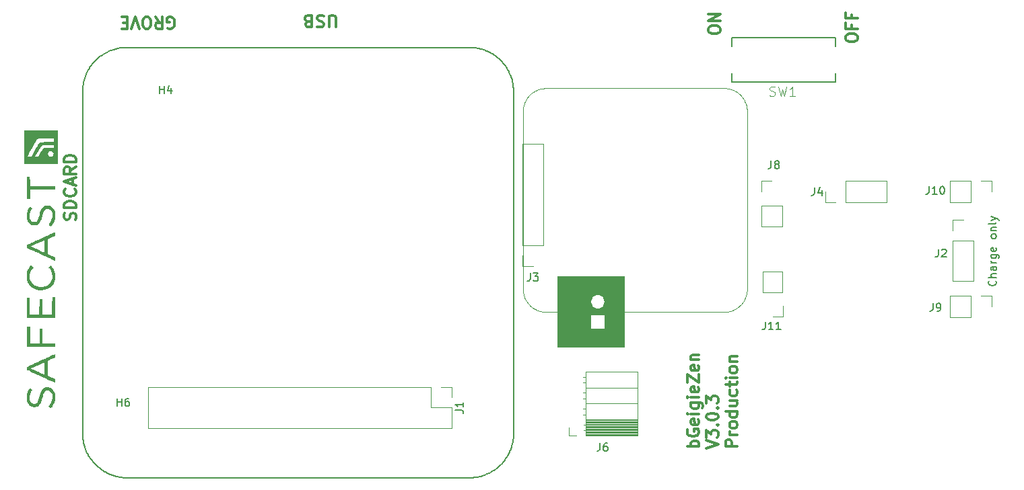
<source format=gto>
G04 #@! TF.GenerationSoftware,KiCad,Pcbnew,8.0.0~rc2-91e15634fc~176~ubuntu22.04.1*
G04 #@! TF.CreationDate,2024-02-10T07:00:10+09:00*
G04 #@! TF.ProjectId,bGeigieZen V3.x.x production,62476569-6769-4655-9a65-6e2056332e78,V3.0.3*
G04 #@! TF.SameCoordinates,Original*
G04 #@! TF.FileFunction,Legend,Top*
G04 #@! TF.FilePolarity,Positive*
%FSLAX46Y46*%
G04 Gerber Fmt 4.6, Leading zero omitted, Abs format (unit mm)*
G04 Created by KiCad (PCBNEW 8.0.0~rc2-91e15634fc~176~ubuntu22.04.1) date 2024-02-10 07:00:10*
%MOMM*%
%LPD*%
G01*
G04 APERTURE LIST*
%ADD10C,0.078091*%
%ADD11C,0.150176*%
%ADD12C,0.120000*%
%ADD13C,0.300000*%
%ADD14C,0.150000*%
%ADD15C,0.096520*%
%ADD16C,0.000000*%
%ADD17C,0.127000*%
%ADD18R,1.700000X1.700000*%
%ADD19O,1.700000X1.700000*%
%ADD20C,1.879600*%
%ADD21C,3.203200*%
%ADD22C,5.000000*%
%ADD23R,1.350000X1.350000*%
%ADD24O,1.350000X1.350000*%
%ADD25C,2.743200*%
G04 APERTURE END LIST*
D10*
X177473237Y-77476896D02*
X177473237Y-77476896D01*
X153195610Y-77825565D02*
X153195610Y-77825565D01*
X179918751Y-102905457D02*
X179918751Y-102905457D01*
X179313430Y-78558410D02*
X179271456Y-78505145D01*
D11*
X145852280Y-72369967D02*
X145852280Y-72369967D01*
X146619019Y-72543810D02*
X146619019Y-72543810D01*
D10*
X178808180Y-105016830D02*
X178861453Y-104974864D01*
D11*
X97270951Y-74825427D02*
X97270951Y-74825427D01*
X96755661Y-122993884D02*
X96913956Y-123357089D01*
D10*
X152574142Y-104768248D02*
X152574142Y-104768248D01*
X153565265Y-77646395D02*
X153376391Y-77728716D01*
D11*
X101337509Y-126473742D02*
X101467881Y-126486163D01*
D10*
X178346523Y-105310615D02*
X178346523Y-105310615D01*
D11*
X147590653Y-72944247D02*
X147354721Y-72826296D01*
X150545883Y-121401415D02*
X150545883Y-121401415D01*
X148720597Y-125079943D02*
X148913056Y-124899890D01*
D10*
X152230322Y-104345319D02*
X152269058Y-104401821D01*
X152698429Y-78183914D02*
X152698429Y-78183914D01*
D11*
X147705506Y-73006350D02*
X147590653Y-72944247D01*
X150219940Y-75936740D02*
X150219940Y-75936740D01*
X145591522Y-72335818D02*
X145461136Y-72323397D01*
D10*
X177938123Y-77588282D02*
X177871941Y-77567295D01*
D11*
X98667862Y-125449343D02*
X98667862Y-125449343D01*
D10*
X153532988Y-105410694D02*
X153597543Y-105434910D01*
D11*
X97066086Y-75163790D02*
X97003983Y-75278643D01*
X145461136Y-72323397D02*
X145461136Y-72323397D01*
X96535263Y-76501711D02*
X96504196Y-76628985D01*
D10*
X152672595Y-104861868D02*
X152672595Y-104861868D01*
X153166553Y-105228294D02*
X153166553Y-105228294D01*
D11*
X149471817Y-74555361D02*
X149471817Y-74555361D01*
D10*
X153286000Y-105294476D02*
X153286000Y-105294476D01*
X179778317Y-103641531D02*
X179778317Y-103641531D01*
X177675013Y-77515641D02*
X177675013Y-77515641D01*
X154427245Y-77449459D02*
X154291659Y-77462376D01*
D11*
X148670929Y-73686160D02*
X148571595Y-73602358D01*
X150558304Y-77603716D02*
X150552094Y-77473330D01*
D10*
X179921980Y-102836045D02*
X179923599Y-102734348D01*
D11*
X149956085Y-75337618D02*
X149956085Y-75337618D01*
X101731736Y-126501681D02*
X101731736Y-126501681D01*
D10*
X151739600Y-102802140D02*
X151742822Y-102871552D01*
X154022074Y-77507571D02*
X154022074Y-77507571D01*
D11*
X98615097Y-73397463D02*
X98615097Y-73397463D01*
D10*
X152993834Y-105118527D02*
X153050328Y-105155653D01*
X179652411Y-103957914D02*
X179652411Y-103957914D01*
X152551545Y-78327585D02*
X152504731Y-78376010D01*
X179111654Y-104742421D02*
X179111654Y-104742421D01*
D11*
X99338364Y-125865313D02*
X99574295Y-125983279D01*
X96373825Y-77538531D02*
X96367600Y-77672000D01*
D10*
X152480514Y-104668161D02*
X152574142Y-104768248D01*
X153079384Y-77894977D02*
X153021271Y-77933721D01*
D11*
X148099747Y-125561099D02*
X148099747Y-125561099D01*
D10*
X177507133Y-105588262D02*
X177507133Y-105588262D01*
D11*
X100058548Y-126181948D02*
X100058548Y-126181948D01*
D10*
X152104416Y-78929684D02*
X152072122Y-78989408D01*
X151836449Y-103476880D02*
X151836449Y-103476880D01*
X177541030Y-77488195D02*
X177541030Y-77488195D01*
D11*
X101011551Y-72379275D02*
X101011551Y-72379275D01*
D10*
X179227872Y-78453491D02*
X179227872Y-78453491D01*
D11*
X98996903Y-125669741D02*
X99108658Y-125738040D01*
D10*
X152698429Y-78183914D02*
X152598359Y-78277542D01*
X177235945Y-105620547D02*
X177235945Y-105620547D01*
X153286000Y-105294476D02*
X153408685Y-105355818D01*
D11*
X147416809Y-125955340D02*
X147531678Y-125896350D01*
X145591522Y-72335818D02*
X145591522Y-72335818D01*
D10*
X179111654Y-104742421D02*
X179158468Y-104693988D01*
X179652411Y-103957914D02*
X179679849Y-103896572D01*
D11*
X98065628Y-124943347D02*
X98065628Y-124943347D01*
D10*
X153470019Y-105383256D02*
X153532988Y-105410694D01*
D11*
X148208390Y-125486590D02*
X148313935Y-125412097D01*
X100561447Y-126334048D02*
X100561447Y-126334048D01*
X148621262Y-125166857D02*
X148720597Y-125079943D01*
D10*
X154291659Y-77462376D02*
X154291659Y-77462376D01*
X151791254Y-103278334D02*
X151791254Y-103278334D01*
X178130219Y-77659304D02*
X178065647Y-77635096D01*
D11*
X150043000Y-123295001D02*
X150043000Y-123295001D01*
D10*
X154325556Y-105610859D02*
X154393349Y-105617318D01*
X179064840Y-104792456D02*
X179064840Y-104792456D01*
X152435319Y-104616507D02*
X152480514Y-104668161D01*
X152122158Y-104170989D02*
X152156054Y-104229102D01*
X152307795Y-104456705D02*
X152349769Y-104511588D01*
D11*
X149586670Y-124092791D02*
X149586670Y-124092791D01*
D10*
X154564450Y-77443000D02*
X154564450Y-77443000D01*
D11*
X149862946Y-123645785D02*
X149925034Y-123530917D01*
D10*
X178034980Y-105447828D02*
X178097933Y-105423611D01*
D11*
X96709091Y-122872820D02*
X96709091Y-122872820D01*
X96367600Y-77672000D02*
X96367600Y-77672000D01*
X148770264Y-73776187D02*
X148770264Y-73776187D01*
D10*
X153988178Y-105554365D02*
X154055971Y-105568885D01*
D11*
X149620819Y-74769549D02*
X149620819Y-74769549D01*
D10*
X151896181Y-103673817D02*
X151896181Y-103673817D01*
X151749280Y-80096749D02*
X151744440Y-80164550D01*
D11*
X100309983Y-126265750D02*
X100434189Y-126299899D01*
X150561402Y-121137560D02*
X150561402Y-121137560D01*
D10*
X153889726Y-77539849D02*
X153889726Y-77539849D01*
D11*
X148571595Y-73602358D02*
X148469147Y-73518542D01*
X96376938Y-121336230D02*
X96401779Y-121596987D01*
D10*
X179271456Y-78505145D02*
X179271456Y-78505145D01*
X178669357Y-77951479D02*
X178669357Y-77951479D01*
X179921980Y-102836045D02*
X179921980Y-102836045D01*
X179755719Y-103706094D02*
X179778317Y-103641531D01*
X152801738Y-78095142D02*
X152750099Y-78138719D01*
X179374764Y-104429259D02*
X179374764Y-104429259D01*
D11*
X98357437Y-125207217D02*
X98459885Y-125291033D01*
X147416809Y-125955340D02*
X147416809Y-125955340D01*
X96972946Y-123471942D02*
X96972946Y-123471942D01*
X148313935Y-125412097D02*
X148313935Y-125412097D01*
X149509064Y-124201434D02*
X149586670Y-124092791D01*
X98307785Y-73642703D02*
X98208420Y-73729617D01*
D10*
X179720204Y-79268665D02*
X179637883Y-79079807D01*
X178938934Y-78161317D02*
X178887280Y-78117740D01*
D11*
X146991532Y-72674197D02*
X146870468Y-72627627D01*
X149862946Y-123645785D02*
X149862946Y-123645785D01*
D10*
X179884854Y-79859465D02*
X179871944Y-79791664D01*
D11*
X146494858Y-72509661D02*
X146494858Y-72509661D01*
X150499329Y-121792544D02*
X150499329Y-121792544D01*
D10*
X179834819Y-103444595D02*
X179850958Y-103378412D01*
D11*
X99875412Y-72695925D02*
X99875412Y-72695925D01*
D10*
X152269058Y-104401821D02*
X152269058Y-104401821D01*
D11*
X101663437Y-72310992D02*
X101533066Y-72317202D01*
X96463852Y-121988116D02*
X96488694Y-122115389D01*
D10*
X178834007Y-78074155D02*
X178780743Y-78032189D01*
X152750099Y-78138719D02*
X152698429Y-78183914D01*
X179039013Y-78254944D02*
X178990588Y-78208130D01*
X152055983Y-104049923D02*
X152088261Y-104111265D01*
D11*
X98720627Y-73322970D02*
X98720627Y-73322970D01*
X148521927Y-125250674D02*
X148521927Y-125250674D01*
X98996903Y-125669741D02*
X98996903Y-125669741D01*
X99813340Y-126088809D02*
X99813340Y-126088809D01*
D10*
X151763801Y-79961163D02*
X151763801Y-79961163D01*
D11*
X100688706Y-126365100D02*
X100688706Y-126365100D01*
X150555191Y-121271044D02*
X150561402Y-121137560D01*
X145461136Y-72323397D02*
X145330765Y-72314089D01*
D10*
X179524886Y-104200045D02*
X179524886Y-104200045D01*
X178002695Y-77610880D02*
X177938123Y-77588282D01*
D11*
X101927292Y-126504778D02*
X145132096Y-126504778D01*
D10*
X177905845Y-105491404D02*
X177905845Y-105491404D01*
X179917140Y-80130645D02*
X179917140Y-80130645D01*
D11*
X97618637Y-124462191D02*
X97618637Y-124462191D01*
X146429673Y-126318530D02*
X146429673Y-126318530D01*
X145132096Y-126504778D02*
X145265579Y-126498568D01*
D10*
X154291659Y-77462376D02*
X154156058Y-77481736D01*
X178130219Y-77659304D02*
X178130219Y-77659304D01*
X179471622Y-78782784D02*
X179432877Y-78724679D01*
D11*
X149183121Y-124611193D02*
X149183121Y-124611193D01*
D10*
X179064840Y-104792456D02*
X179111654Y-104742421D01*
D11*
X145265579Y-126498568D02*
X145265579Y-126498568D01*
X96488694Y-122115389D02*
X96488694Y-122115389D01*
X149350754Y-124409426D02*
X149431458Y-124306979D01*
X97342331Y-74716769D02*
X97342331Y-74716769D01*
D10*
X152191569Y-104287214D02*
X152191569Y-104287214D01*
X177269842Y-77452680D02*
X177202049Y-77447840D01*
X153532988Y-105410694D02*
X153532988Y-105410694D01*
D11*
X98459885Y-125291033D02*
X98562302Y-125371737D01*
D10*
X177541030Y-77488195D02*
X177473237Y-77476896D01*
X178034980Y-105447828D02*
X178034980Y-105447828D01*
D11*
X150148545Y-123055972D02*
X150148545Y-123055972D01*
D10*
X152855010Y-78053168D02*
X152855010Y-78053168D01*
X153725068Y-105481724D02*
X153791242Y-105502703D01*
X179637883Y-79079807D02*
X179637883Y-79079807D01*
X178583807Y-105175021D02*
X178583807Y-105175021D01*
X152328774Y-78585856D02*
X152328774Y-78585856D01*
X179826741Y-79593126D02*
X179826741Y-79593126D01*
X179799304Y-103575349D02*
X179799304Y-103575349D01*
D11*
X98667862Y-125449343D02*
X98776505Y-125526949D01*
D10*
X151896181Y-103673817D02*
X151918779Y-103738380D01*
X152457917Y-78427664D02*
X152457917Y-78427664D01*
X152624178Y-104815054D02*
X152624178Y-104815054D01*
D11*
X101076737Y-126439593D02*
X101076737Y-126439593D01*
D10*
X177269842Y-77452680D02*
X177269842Y-77452680D01*
D11*
X148959626Y-73956240D02*
X148863388Y-73866213D01*
D10*
X179374764Y-104429259D02*
X179415120Y-104372765D01*
D11*
X98357437Y-125207217D02*
X98357437Y-125207217D01*
X100561447Y-126334048D02*
X100688706Y-126365100D01*
X100120652Y-72605898D02*
X100120652Y-72605898D01*
X96643906Y-76122988D02*
X96643906Y-76122988D01*
D10*
X153855829Y-105520461D02*
X153922004Y-105538218D01*
D11*
X96395554Y-77277773D02*
X96395554Y-77277773D01*
X149828812Y-75104800D02*
X149763611Y-74993044D01*
X147531678Y-125896350D02*
X147649628Y-125834261D01*
X150095764Y-123177035D02*
X150148545Y-123055972D01*
D10*
X178065647Y-77635096D02*
X178002695Y-77610880D01*
X179292443Y-104537415D02*
X179292443Y-104537415D01*
X153316675Y-77759383D02*
X153316675Y-77759383D01*
X152370748Y-78532591D02*
X152370748Y-78532591D01*
D11*
X150325486Y-122559298D02*
X150325486Y-122559298D01*
X149266938Y-124511859D02*
X149350754Y-124409426D01*
D10*
X177641116Y-105562435D02*
X177773481Y-105530149D01*
D11*
X148261170Y-73360232D02*
X148261170Y-73360232D01*
D10*
X179574930Y-78958741D02*
X179541033Y-78899009D01*
X152072122Y-78989408D02*
X152072122Y-78989408D01*
D11*
X148419480Y-125331378D02*
X148419480Y-125331378D01*
X150303757Y-76185092D02*
X150263397Y-76060916D01*
X96370713Y-121205844D02*
X96376938Y-121336230D01*
X97578263Y-74400149D02*
X97578263Y-74400149D01*
D10*
X179850958Y-103378412D02*
X179865486Y-103310619D01*
X154393349Y-105617318D02*
X154461142Y-105622158D01*
D11*
X150452759Y-122050204D02*
X150477585Y-121922930D01*
D10*
X152937339Y-105078172D02*
X152937339Y-105078172D01*
D11*
X146808380Y-126203677D02*
X146932556Y-126160220D01*
X146619019Y-72543810D02*
X146494858Y-72509661D01*
X150241669Y-122810732D02*
X150241669Y-122810732D01*
X149586670Y-124092791D02*
X149658066Y-123984149D01*
X98258103Y-125123400D02*
X98357437Y-125207217D01*
D10*
X152964777Y-77972458D02*
X152909902Y-78011194D01*
D11*
X100819077Y-126393023D02*
X100819077Y-126393023D01*
D10*
X177473237Y-77476896D02*
X177405436Y-77467216D01*
X179878395Y-103244437D02*
X179878395Y-103244437D01*
D11*
X97969406Y-124853335D02*
X97969406Y-124853335D01*
X99338364Y-125865313D02*
X99338364Y-125865313D01*
D10*
X178861453Y-104974864D02*
X178861453Y-104974864D01*
X154495038Y-77446229D02*
X154427245Y-77449459D01*
X151778337Y-103210541D02*
X151791254Y-103278334D01*
X153757345Y-77578594D02*
X153692790Y-77599581D01*
D11*
X100881180Y-72404116D02*
X100881180Y-72404116D01*
X97925949Y-74005908D02*
X97835923Y-74099032D01*
D10*
X153889726Y-77539849D02*
X153757345Y-77578594D01*
X177202049Y-77447840D02*
X177132637Y-77444619D01*
D11*
X145656708Y-126467532D02*
X145656708Y-126467532D01*
D10*
X179591069Y-104080590D02*
X179591069Y-104080590D01*
D11*
X100182724Y-126225405D02*
X100182724Y-126225405D01*
X97131272Y-75048922D02*
X97131272Y-75048922D01*
X97835923Y-74099032D02*
X97745896Y-74198367D01*
D10*
X153565265Y-77646395D02*
X153565265Y-77646395D01*
D11*
X149310395Y-74347369D02*
X149226578Y-74248034D01*
D10*
X154088265Y-77494654D02*
X154022074Y-77507571D01*
D11*
X98307785Y-73642703D02*
X98307785Y-73642703D01*
X148621262Y-125166857D02*
X148621262Y-125166857D01*
X98562302Y-125371737D02*
X98562302Y-125371737D01*
X96972946Y-123471942D02*
X97035019Y-123589907D01*
X150533463Y-121531787D02*
X150533463Y-121531787D01*
X99223496Y-125803225D02*
X99223496Y-125803225D01*
D10*
X179679849Y-103896572D02*
X179707294Y-103833619D01*
D11*
X149471817Y-74555361D02*
X149391114Y-74449801D01*
X149956085Y-75337618D02*
X149893997Y-75219668D01*
X96709091Y-122872820D02*
X96755661Y-122993884D01*
D10*
X153791242Y-105502703D02*
X153791242Y-105502703D01*
D11*
X100244797Y-72565539D02*
X100120652Y-72605898D01*
X150564514Y-77737200D02*
X150558304Y-77603716D01*
X99052780Y-73105685D02*
X99052780Y-73105685D01*
D10*
X151784795Y-79825561D02*
X151773497Y-79893362D01*
X177607212Y-77501113D02*
X177607212Y-77501113D01*
X152349769Y-104511588D02*
X152391742Y-104564853D01*
D11*
X150499329Y-121792544D02*
X150517945Y-121662173D01*
X96367600Y-77672000D02*
X96364517Y-77867587D01*
D10*
X179913910Y-102973250D02*
X179913910Y-102973250D01*
X179292443Y-104537415D02*
X179334409Y-104484142D01*
D11*
X98509537Y-73478182D02*
X98407090Y-73558901D01*
X146047837Y-126405444D02*
X146047837Y-126405444D01*
X149431458Y-124306979D02*
X149431458Y-124306979D01*
X149695328Y-74881289D02*
X149620819Y-74769549D01*
X149828812Y-75104800D02*
X149828812Y-75104800D01*
D10*
X178496637Y-77841712D02*
X178496637Y-77841712D01*
D11*
X96550766Y-122369937D02*
X96625260Y-122624484D01*
X148770264Y-73776187D02*
X148670929Y-73686160D01*
X147987992Y-125635592D02*
X147987992Y-125635592D01*
X96488694Y-122115389D02*
X96550766Y-122369937D01*
X97382706Y-124148669D02*
X97457199Y-124254214D01*
D10*
X179850958Y-103378412D02*
X179850958Y-103378412D01*
X179637883Y-79079807D02*
X179607215Y-79020075D01*
X179541033Y-78899009D02*
X179507129Y-78840897D01*
X152173827Y-78811840D02*
X152138312Y-78869953D01*
D11*
X96550766Y-122369937D02*
X96550766Y-122369937D01*
X150527252Y-77212588D02*
X150490006Y-76951830D01*
D10*
X179817061Y-103510777D02*
X179817061Y-103510777D01*
X177371539Y-105607630D02*
X177371539Y-105607630D01*
D11*
X96364517Y-121072360D02*
X96370713Y-121205844D01*
X150452759Y-122050204D02*
X150452759Y-122050204D01*
X150490006Y-76951830D02*
X150490006Y-76951830D01*
D10*
X177905845Y-105491404D02*
X177970409Y-105470425D01*
X179271456Y-78505145D02*
X179227872Y-78453491D01*
X179415120Y-104372765D02*
X179415120Y-104372765D01*
X153166553Y-105228294D02*
X153226269Y-105262191D01*
D11*
X148043869Y-73211215D02*
X147932114Y-73139819D01*
D10*
X151931696Y-79300951D02*
X151907480Y-79363904D01*
X179182676Y-78401837D02*
X179182676Y-78401837D01*
X152672595Y-104861868D02*
X152724264Y-104908682D01*
D11*
X150465180Y-76821444D02*
X150465180Y-76821444D01*
D10*
X151741203Y-80233953D02*
X151739600Y-80335659D01*
D11*
X97308213Y-124040011D02*
X97382706Y-124148669D01*
D10*
X178698414Y-105097540D02*
X178698414Y-105097540D01*
X154461142Y-105622158D02*
X154461142Y-105622158D01*
D11*
X99996475Y-72649355D02*
X99996475Y-72649355D01*
X149431458Y-124306979D02*
X149509064Y-124201434D01*
X149620819Y-74769549D02*
X149546326Y-74660891D01*
D10*
X179778317Y-103641531D02*
X179799304Y-103575349D01*
X179471622Y-78782784D02*
X179471622Y-78782784D01*
D11*
X96364517Y-77867587D02*
X96364517Y-77867587D01*
D10*
X154122161Y-105581803D02*
X154122161Y-105581803D01*
D11*
X148152512Y-73282626D02*
X148152512Y-73282626D01*
D10*
X153376391Y-77728716D02*
X153376391Y-77728716D01*
D11*
X99937485Y-126135378D02*
X100058548Y-126181948D01*
X149391114Y-74449801D02*
X149310395Y-74347369D01*
X147932114Y-73139819D02*
X147820359Y-73071536D01*
D10*
X151758976Y-103074947D02*
X151778337Y-103210541D01*
D11*
X97199570Y-74937167D02*
X97199570Y-74937167D01*
X96370713Y-121205844D02*
X96370713Y-121205844D01*
D10*
X151755739Y-80028956D02*
X151749280Y-80096749D01*
D11*
X96665634Y-122748660D02*
X96709091Y-122872820D01*
D10*
X179767018Y-79396190D02*
X179744420Y-79331618D01*
X179917140Y-80130645D02*
X179904222Y-79995059D01*
D11*
X96625260Y-122624484D02*
X96665634Y-122748660D01*
X100688706Y-126365100D02*
X100819077Y-126393023D01*
D10*
X179607215Y-79020075D02*
X179574930Y-78958741D01*
D11*
X146429673Y-126318530D02*
X146684220Y-126244021D01*
X100819077Y-126393023D02*
X100946366Y-126417864D01*
D10*
X151804172Y-103344516D02*
X151836449Y-103476880D01*
D11*
X149925034Y-123530917D02*
X150043000Y-123295001D01*
X146932556Y-126160220D02*
X147053620Y-126113650D01*
X98158737Y-125033373D02*
X98158737Y-125033373D01*
X98407090Y-73558901D02*
X98407090Y-73558901D01*
X150555191Y-121271044D02*
X150555191Y-121271044D01*
D10*
X179731503Y-103769055D02*
X179755719Y-103706094D01*
D11*
X98065628Y-124943347D02*
X98158737Y-125033373D01*
X150558304Y-77603716D02*
X150558304Y-77603716D01*
X150552094Y-77473330D02*
X150527252Y-77212588D01*
X101076737Y-126439593D02*
X101207138Y-126458224D01*
X150359635Y-122435122D02*
X150359635Y-122435122D01*
X97233689Y-123928271D02*
X97308213Y-124040011D01*
X146991532Y-72674197D02*
X146991532Y-72674197D01*
X98562302Y-125371737D02*
X98667862Y-125449343D01*
D10*
X151791254Y-103278334D02*
X151804172Y-103344516D01*
X179205274Y-104642334D02*
X179205274Y-104642334D01*
X179524886Y-104200045D02*
X179558783Y-104140322D01*
X154156058Y-77481736D02*
X154156058Y-77481736D01*
D11*
X145395951Y-126492373D02*
X145656708Y-126467532D01*
X97835923Y-74099032D02*
X97835923Y-74099032D01*
D10*
X152288434Y-78640739D02*
X152288434Y-78640739D01*
X178286792Y-105341290D02*
X178286792Y-105341290D01*
X177371539Y-105607630D02*
X177507133Y-105588262D01*
X153021271Y-77933721D02*
X152964777Y-77972458D01*
X179904222Y-79995059D02*
X179904222Y-79995059D01*
X151983334Y-79173427D02*
X151983334Y-79173427D01*
X179923599Y-102734348D02*
X179923599Y-80267858D01*
D11*
X148261170Y-73360232D02*
X148152512Y-73282626D01*
D10*
X151875186Y-103609245D02*
X151875186Y-103609245D01*
D11*
X147764481Y-125769076D02*
X147764481Y-125769076D01*
X96383133Y-77408145D02*
X96383133Y-77408145D01*
D10*
X178990588Y-78208130D02*
X178990588Y-78208130D01*
D11*
X150564514Y-120941989D02*
X150564514Y-77737200D01*
D10*
X152072122Y-78989408D02*
X152010788Y-79112084D01*
D11*
X98015976Y-73909670D02*
X97925949Y-74005908D01*
D10*
X154257763Y-105602790D02*
X154257763Y-105602790D01*
D11*
X146175125Y-126380618D02*
X146429673Y-126318530D01*
D10*
X153376391Y-77728716D02*
X153316675Y-77759383D01*
X178913107Y-104931279D02*
X178964761Y-104886084D01*
D11*
X146746292Y-72584170D02*
X146619019Y-72543810D01*
X100946366Y-126417864D02*
X100946366Y-126417864D01*
D10*
X178641919Y-105136285D02*
X178698414Y-105097540D01*
D11*
X146684220Y-126244021D02*
X146684220Y-126244021D01*
D10*
X178583807Y-105175021D02*
X178641919Y-105136285D01*
X152435319Y-104616507D02*
X152435319Y-104616507D01*
D11*
X96439011Y-121857745D02*
X96463852Y-121988116D01*
X96569382Y-76374438D02*
X96569382Y-76374438D01*
X100434189Y-126299899D02*
X100434189Y-126299899D01*
D10*
X151749280Y-80096749D02*
X151749280Y-80096749D01*
X154189954Y-105593102D02*
X154189954Y-105593102D01*
X152775918Y-104952266D02*
X152829191Y-104995851D01*
D11*
X97165390Y-123816516D02*
X97233689Y-123928271D01*
D10*
X151744440Y-80164550D02*
X151741203Y-80233953D01*
D11*
X146240311Y-72444476D02*
X146240311Y-72444476D01*
D10*
X179923599Y-80267858D02*
X179923599Y-80267858D01*
X152504731Y-78376010D02*
X152504731Y-78376010D01*
D11*
X98258103Y-125123400D02*
X98258103Y-125123400D01*
X147053620Y-126113650D02*
X147416809Y-125955340D01*
D10*
X178407858Y-105278329D02*
X178467581Y-105244433D01*
D11*
X149546326Y-74660891D02*
X149471817Y-74555361D01*
D10*
X153692790Y-77599581D02*
X153692790Y-77599581D01*
D11*
X101272324Y-72342043D02*
X101272324Y-72342043D01*
D10*
X179558783Y-104140322D02*
X179558783Y-104140322D01*
D11*
X96833237Y-75632525D02*
X96780472Y-75753588D01*
X97165390Y-123816516D02*
X97165390Y-123816516D01*
X100499375Y-72491030D02*
X100499375Y-72491030D01*
D10*
X154632243Y-105626998D02*
X154632243Y-105626998D01*
X152414340Y-78479318D02*
X152414340Y-78479318D01*
X179607215Y-79020075D02*
X179607215Y-79020075D01*
X179489379Y-104258158D02*
X179524886Y-104200045D01*
X179558783Y-104140322D02*
X179591069Y-104080590D01*
D11*
X147053620Y-126113650D02*
X147053620Y-126113650D01*
D10*
X152104416Y-78929684D02*
X152104416Y-78929684D01*
X152210945Y-78753735D02*
X152210945Y-78753735D01*
D11*
X101731736Y-126501681D02*
X101927292Y-126504778D01*
D10*
X179394141Y-78668177D02*
X179394141Y-78668177D01*
X153050328Y-105155653D02*
X153108440Y-105192779D01*
D11*
X101533066Y-72317202D02*
X101533066Y-72317202D01*
X97382706Y-124148669D02*
X97382706Y-124148669D01*
D10*
X179859027Y-79725490D02*
X179859027Y-79725490D01*
D11*
X96364517Y-77867587D02*
X96364517Y-121072360D01*
D12*
X156032971Y-101130344D02*
X164414971Y-101130344D01*
X164414971Y-110020344D01*
X156032971Y-110020344D01*
X156032971Y-101130344D01*
G36*
X156032971Y-101130344D02*
G01*
X164414971Y-101130344D01*
X164414971Y-110020344D01*
X156032971Y-110020344D01*
X156032971Y-101130344D01*
G37*
D10*
X177641116Y-105562435D02*
X177641116Y-105562435D01*
D11*
X97035019Y-123589907D02*
X97035019Y-123589907D01*
D10*
X153021271Y-77933721D02*
X153021271Y-77933721D01*
D11*
X146932556Y-126160220D02*
X146932556Y-126160220D01*
X148670929Y-73686160D02*
X148670929Y-73686160D01*
D10*
X177607212Y-77501113D02*
X177541030Y-77488195D01*
X151836449Y-103476880D02*
X151875186Y-103609245D01*
D11*
X96401779Y-121596987D02*
X96439011Y-121857745D01*
D10*
X179744420Y-79331618D02*
X179744420Y-79331618D01*
D11*
X149729477Y-123872393D02*
X149729477Y-123872393D01*
X147236771Y-72773532D02*
X147236771Y-72773532D01*
D10*
X177030940Y-77443000D02*
X154564450Y-77443000D01*
D11*
X149893997Y-75219668D02*
X149893997Y-75219668D01*
D10*
X152055983Y-104049923D02*
X152055983Y-104049923D01*
X178753297Y-105058804D02*
X178753297Y-105058804D01*
X151955897Y-79236379D02*
X151931696Y-79300951D01*
D11*
X96665634Y-122748660D02*
X96665634Y-122748660D01*
D10*
X151931696Y-79300951D02*
X151931696Y-79300951D01*
D11*
X96780472Y-75753588D02*
X96733933Y-75877764D01*
D10*
X151746059Y-102939353D02*
X151746059Y-102939353D01*
D11*
X97789353Y-124660861D02*
X97969406Y-124853335D01*
D10*
X178554750Y-77877219D02*
X178554750Y-77877219D01*
D11*
X150015061Y-75452487D02*
X149956085Y-75337618D01*
X96439011Y-121857745D02*
X96439011Y-121857745D01*
D10*
X178286792Y-105341290D02*
X178346523Y-105310615D01*
D11*
X147354721Y-72826296D02*
X147354721Y-72826296D01*
X149729477Y-123872393D02*
X149797760Y-123760638D01*
D10*
X178641919Y-105136285D02*
X178641919Y-105136285D01*
D11*
X148313935Y-125412097D02*
X148419480Y-125331378D01*
D10*
X177970409Y-105470425D02*
X177970409Y-105470425D01*
X177773481Y-105530149D02*
X177905845Y-105491404D01*
X152750099Y-78138719D02*
X152750099Y-78138719D01*
X151778337Y-103210541D02*
X151778337Y-103210541D01*
X178254506Y-77714188D02*
X178193172Y-77686750D01*
X178554750Y-77877219D02*
X178496637Y-77841712D01*
D11*
X148469147Y-73518542D02*
X148366715Y-73437838D01*
X97066086Y-75163790D02*
X97066086Y-75163790D01*
D10*
X177132637Y-77444619D02*
X177132637Y-77444619D01*
X179248859Y-104590680D02*
X179292443Y-104537415D01*
D11*
X150440338Y-76694186D02*
X150440338Y-76694186D01*
X150564514Y-77737200D02*
X150564514Y-77737200D01*
X150477585Y-121922930D02*
X150477585Y-121922930D01*
D10*
X154122161Y-105581803D02*
X154189954Y-105593102D01*
D11*
X150285126Y-122686572D02*
X150325486Y-122559298D01*
D10*
X152598359Y-78277542D02*
X152551545Y-78327585D01*
X178964761Y-104886084D02*
X178964761Y-104886084D01*
X179744420Y-79331618D02*
X179720204Y-79268665D01*
X151955897Y-79236379D02*
X151955897Y-79236379D01*
D11*
X99813340Y-126088809D02*
X99937485Y-126135378D01*
X96625260Y-122624484D02*
X96625260Y-122624484D01*
D10*
X153079384Y-77894977D02*
X153079384Y-77894977D01*
X152307795Y-104456705D02*
X152307795Y-104456705D01*
D11*
X97662094Y-74297701D02*
X97578263Y-74400149D01*
X96451432Y-76886630D02*
X96429703Y-77017016D01*
X98509537Y-73478182D02*
X98509537Y-73478182D01*
X147590653Y-72944247D02*
X147590653Y-72944247D01*
D10*
X153922004Y-105538218D02*
X153988178Y-105554365D01*
D11*
X97745896Y-74198367D02*
X97662094Y-74297701D01*
X96504196Y-76628985D02*
X96476242Y-76759371D01*
X147705506Y-73006350D02*
X147705506Y-73006350D01*
D10*
X178407858Y-105278329D02*
X178407858Y-105278329D01*
D11*
X150359635Y-122435122D02*
X150393784Y-122307849D01*
D10*
X152230322Y-104345319D02*
X152230322Y-104345319D01*
D11*
X150477585Y-121922930D02*
X150499329Y-121792544D01*
D10*
X151942995Y-103801333D02*
X151942995Y-103801333D01*
D11*
X150527252Y-77212588D02*
X150527252Y-77212588D01*
D10*
X177773481Y-105530149D02*
X177773481Y-105530149D01*
D11*
X150173371Y-75815676D02*
X150173371Y-75815676D01*
D10*
X154189954Y-105593102D02*
X154257763Y-105602790D01*
X177938123Y-77588282D02*
X177938123Y-77588282D01*
X152775918Y-104952266D02*
X152775918Y-104952266D01*
D11*
X150490006Y-76951830D02*
X150465180Y-76821444D01*
X145395951Y-126492373D02*
X145395951Y-126492373D01*
D10*
X153137497Y-77859470D02*
X153137497Y-77859470D01*
X151828388Y-79625403D02*
X151828388Y-79625403D01*
D11*
X96411057Y-77147402D02*
X96395554Y-77277773D01*
D10*
X178525694Y-105210536D02*
X178583807Y-105175021D01*
X151755739Y-80028956D02*
X151755739Y-80028956D01*
X177337643Y-77459139D02*
X177269842Y-77452680D01*
D11*
X97003983Y-75278643D02*
X97003983Y-75278643D01*
D10*
X179574930Y-78958741D02*
X179574930Y-78958741D01*
D11*
X99996475Y-72649355D02*
X99875412Y-72695925D01*
X146367584Y-72475512D02*
X146367584Y-72475512D01*
X96451432Y-76886630D02*
X96451432Y-76886630D01*
D10*
X154156058Y-77481736D02*
X154088265Y-77494654D01*
X178496637Y-77841712D02*
X178436914Y-77807816D01*
X152248063Y-78697233D02*
X152248063Y-78697233D01*
X179731503Y-103769055D02*
X179731503Y-103769055D01*
X178525694Y-105210536D02*
X178525694Y-105210536D01*
X178467581Y-105244433D02*
X178467581Y-105244433D01*
X178612863Y-77914345D02*
X178612863Y-77914345D01*
X177574926Y-105575344D02*
X177574926Y-105575344D01*
X152391742Y-104564853D02*
X152391742Y-104564853D01*
X151744440Y-80164550D02*
X151744440Y-80164550D01*
D11*
X97035019Y-123589907D02*
X97100205Y-123704760D01*
D10*
X154495038Y-77446229D02*
X154495038Y-77446229D01*
X152138312Y-78869953D02*
X152104416Y-78929684D01*
X151746059Y-102939353D02*
X151758976Y-103074947D01*
X178097933Y-105423611D02*
X178286792Y-105341290D01*
D11*
X145982651Y-72391696D02*
X145982651Y-72391696D01*
D10*
X177235945Y-105620547D02*
X177371539Y-105607630D01*
D11*
X96383133Y-77408145D02*
X96373825Y-77538531D01*
X145330765Y-72314089D02*
X145330765Y-72314089D01*
X147876236Y-125703890D02*
X147876236Y-125703890D01*
D10*
X179755719Y-103706094D02*
X179755719Y-103706094D01*
D11*
X147764481Y-125769076D02*
X147876236Y-125703890D01*
D10*
X179089056Y-78301758D02*
X179039013Y-78254944D01*
X152829191Y-104995851D02*
X152829191Y-104995851D01*
X179907452Y-103041042D02*
X179913910Y-102973250D01*
D11*
X96535263Y-76501711D02*
X96535263Y-76501711D01*
X97003983Y-75278643D02*
X96886032Y-75514559D01*
X99108658Y-125738040D02*
X99108658Y-125738040D01*
D10*
X152882448Y-105037817D02*
X152882448Y-105037817D01*
X179767018Y-79396190D02*
X179767018Y-79396190D01*
X153408685Y-105355818D02*
X153470019Y-105383256D01*
D11*
X148863388Y-73866213D02*
X148770264Y-73776187D01*
X97308213Y-124040011D02*
X97308213Y-124040011D01*
X96476242Y-76759371D02*
X96451432Y-76886630D01*
D10*
X177337643Y-77459139D02*
X177337643Y-77459139D01*
D11*
X101796921Y-72304782D02*
X101796921Y-72304782D01*
D10*
X179871944Y-79791664D02*
X179871944Y-79791664D01*
D11*
X149226578Y-74248034D02*
X149139664Y-74148699D01*
X96411057Y-77147402D02*
X96411057Y-77147402D01*
D10*
X153195610Y-77825565D02*
X153137497Y-77859470D01*
D11*
X146240311Y-72444476D02*
X146109925Y-72416537D01*
D10*
X179089056Y-78301758D02*
X179089056Y-78301758D01*
X179907452Y-103041042D02*
X179907452Y-103041042D01*
D11*
X96780472Y-75753588D02*
X96780472Y-75753588D01*
D10*
X154325556Y-105610859D02*
X154325556Y-105610859D01*
D11*
X148720597Y-125079943D02*
X148720597Y-125079943D01*
X97789353Y-124660861D02*
X97789353Y-124660861D01*
D10*
X178834007Y-78074155D02*
X178834007Y-78074155D01*
X177741195Y-77531780D02*
X177675013Y-77515641D01*
X153316675Y-77759383D02*
X153255341Y-77791669D01*
D11*
X98829270Y-73248477D02*
X98720627Y-73322970D01*
D10*
X179158468Y-104693988D02*
X179205274Y-104642334D01*
X152391742Y-104564853D02*
X152435319Y-104616507D01*
D11*
X147932114Y-73139819D02*
X147932114Y-73139819D01*
D10*
X151758976Y-103074947D02*
X151758976Y-103074947D01*
D11*
X149093109Y-124710528D02*
X149183121Y-124611193D01*
X96569382Y-76374438D02*
X96535263Y-76501711D01*
D10*
X153470019Y-105383256D02*
X153470019Y-105383256D01*
D11*
X97457199Y-124254214D02*
X97457199Y-124254214D01*
X146175125Y-126380618D02*
X146175125Y-126380618D01*
X149139664Y-74148699D02*
X148959626Y-73956240D01*
D10*
X152598359Y-78277542D02*
X152598359Y-78277542D01*
X154632243Y-105626998D02*
X177098741Y-105626998D01*
X152801738Y-78095142D02*
X152801738Y-78095142D01*
D11*
X150195099Y-122931811D02*
X150241669Y-122810732D01*
D10*
X178913107Y-104931279D02*
X178913107Y-104931279D01*
D11*
X146109925Y-72416537D02*
X146109925Y-72416537D01*
X148959626Y-73956240D02*
X148959626Y-73956240D01*
D10*
X177807377Y-77549537D02*
X177741195Y-77531780D01*
D11*
X96643906Y-76122988D02*
X96603531Y-76250277D01*
D10*
X178065647Y-77635096D02*
X178065647Y-77635096D01*
X151875186Y-103609245D02*
X151896181Y-103673817D01*
D11*
X149695328Y-74881289D02*
X149695328Y-74881289D01*
D10*
X153628218Y-77622178D02*
X153565265Y-77646395D01*
D11*
X96395554Y-77277773D02*
X96383133Y-77408145D01*
X98776505Y-125526949D02*
X98776505Y-125526949D01*
D10*
X178002695Y-77610880D02*
X178002695Y-77610880D01*
D11*
X147820359Y-73071536D02*
X147820359Y-73071536D01*
X149350754Y-124409426D02*
X149350754Y-124409426D01*
D10*
X178887280Y-78117740D02*
X178834007Y-78074155D01*
X178861453Y-104974864D02*
X178913107Y-104931279D01*
D11*
X100946366Y-126417864D02*
X101076737Y-126439593D01*
D10*
X152909902Y-78011194D02*
X152855010Y-78053168D01*
X179834819Y-103444595D02*
X179834819Y-103444595D01*
D11*
X99574295Y-125983279D02*
X99574295Y-125983279D01*
X150378250Y-76439639D02*
X150303757Y-76185092D01*
D10*
X177405436Y-77467216D02*
X177405436Y-77467216D01*
X178346523Y-105310615D02*
X178407858Y-105278329D01*
D11*
X99937485Y-126135378D02*
X99937485Y-126135378D01*
D10*
X178436914Y-77807816D02*
X178377190Y-77775522D01*
D11*
X98208420Y-73729617D02*
X98208420Y-73729617D01*
D10*
X152414340Y-78479318D02*
X152370748Y-78532591D01*
D11*
X97497544Y-74502581D02*
X97497544Y-74502581D01*
D10*
X151784795Y-79825561D02*
X151784795Y-79825561D01*
D11*
X149093109Y-124710528D02*
X149093109Y-124710528D01*
X96401779Y-121596987D02*
X96401779Y-121596987D01*
X149546326Y-74660891D02*
X149546326Y-74660891D01*
X101207138Y-126458224D02*
X101337509Y-126473742D01*
D10*
X152551545Y-78327585D02*
X152551545Y-78327585D01*
X151983334Y-79173427D02*
X151955897Y-79236379D01*
X178436914Y-77807816D02*
X178436914Y-77807816D01*
X153628218Y-77622178D02*
X153628218Y-77622178D01*
X179591069Y-104080590D02*
X179652411Y-103957914D01*
D11*
X97199570Y-74937167D02*
X97131272Y-75048922D01*
X98829270Y-73248477D02*
X98829270Y-73248477D01*
D10*
X151918779Y-103738380D02*
X151918779Y-103738380D01*
D11*
X146684220Y-126244021D02*
X146808380Y-126203677D01*
D10*
X153137497Y-77859470D02*
X153079384Y-77894977D01*
D11*
X99512192Y-72854235D02*
X99512192Y-72854235D01*
D10*
X153226269Y-105262191D02*
X153286000Y-105294476D01*
D11*
X98615097Y-73397463D02*
X98509537Y-73478182D01*
X150043000Y-123295001D02*
X150095764Y-123177035D01*
D10*
X179913910Y-102973250D02*
X179918751Y-102905457D01*
X151907480Y-79363904D02*
X151884882Y-79428467D01*
X152457917Y-78427664D02*
X152414340Y-78479318D01*
X179826741Y-79593126D02*
X179788005Y-79460761D01*
D11*
X147236771Y-72773532D02*
X147115708Y-72720751D01*
X150424820Y-122180575D02*
X150452759Y-122050204D01*
D10*
X152138312Y-78869953D02*
X152138312Y-78869953D01*
D11*
X149183121Y-124611193D02*
X149266938Y-124511859D01*
X96463852Y-121988116D02*
X96463852Y-121988116D01*
D10*
X151828388Y-79625403D02*
X151812233Y-79691586D01*
X179865486Y-103310619D02*
X179878395Y-103244437D01*
X153108440Y-105192779D02*
X153166553Y-105228294D01*
X152724264Y-104908682D02*
X152724264Y-104908682D01*
X152724264Y-104908682D02*
X152775918Y-104952266D01*
D11*
X147115708Y-72720751D02*
X146991532Y-72674197D01*
D10*
X178254506Y-77714188D02*
X178254506Y-77714188D01*
X177168152Y-105623769D02*
X177168152Y-105623769D01*
X179394141Y-78668177D02*
X179355396Y-78613301D01*
X152269058Y-104401821D02*
X152307795Y-104456705D01*
D11*
X96733933Y-75877764D02*
X96733933Y-75877764D01*
D10*
X154257763Y-105602790D02*
X154325556Y-105610859D01*
X153725068Y-105481724D02*
X153725068Y-105481724D01*
D11*
X97233689Y-123928271D02*
X97233689Y-123928271D01*
X96376938Y-121336230D02*
X96376938Y-121336230D01*
D10*
X179248859Y-104590680D02*
X179248859Y-104590680D01*
X179313430Y-78558410D02*
X179313430Y-78558410D01*
X152370748Y-78532591D02*
X152328774Y-78585856D01*
X178669357Y-77951479D02*
X178612863Y-77914345D01*
D11*
X149226578Y-74248034D02*
X149226578Y-74248034D01*
D10*
X179541033Y-78899009D02*
X179541033Y-78899009D01*
X179788005Y-79460761D02*
X179788005Y-79460761D01*
D11*
X150195099Y-122931811D02*
X150195099Y-122931811D01*
D10*
X152480514Y-104668161D02*
X152480514Y-104668161D01*
D11*
X96913956Y-123357089D02*
X96913956Y-123357089D01*
D10*
X179923599Y-80267858D02*
X179920369Y-80198446D01*
X177202049Y-77447840D02*
X177202049Y-77447840D01*
D11*
X97702439Y-124561526D02*
X97702439Y-124561526D01*
D10*
X179415120Y-104372765D02*
X179452245Y-104316271D01*
D11*
X97925949Y-74005908D02*
X97925949Y-74005908D01*
X99692246Y-126036044D02*
X99813340Y-126088809D01*
X97131272Y-75048922D02*
X97066086Y-75163790D01*
D10*
X179707294Y-103833619D02*
X179731503Y-103769055D01*
D11*
X97969406Y-124853335D02*
X98065628Y-124943347D01*
D10*
X152010788Y-79112084D02*
X152010788Y-79112084D01*
X151918779Y-103738380D02*
X151942995Y-103801333D01*
X177807377Y-77549537D02*
X177807377Y-77549537D01*
X153597543Y-105434910D02*
X153597543Y-105434910D01*
D11*
X148469147Y-73518542D02*
X148469147Y-73518542D01*
D10*
X179817061Y-103510777D02*
X179834819Y-103444595D01*
X153660496Y-105459127D02*
X153660496Y-105459127D01*
D11*
X97457199Y-124254214D02*
X97537918Y-124359759D01*
X150241669Y-122810732D02*
X150285126Y-122686572D01*
D10*
X151863887Y-79494658D02*
X151846130Y-79559221D01*
X178990588Y-78208130D02*
X178938934Y-78161317D01*
X152288434Y-78640739D02*
X152248063Y-78697233D01*
X178612863Y-77914345D02*
X178554750Y-77877219D01*
D11*
X101337509Y-126473742D02*
X101337509Y-126473742D01*
X148366715Y-73437838D02*
X148261170Y-73360232D01*
X150465180Y-76821444D02*
X150440338Y-76694186D01*
X146870468Y-72627627D02*
X146746292Y-72584170D01*
D10*
X154427245Y-77449459D02*
X154427245Y-77449459D01*
X152829191Y-104995851D02*
X152882448Y-105037817D01*
D11*
X145265579Y-126498568D02*
X145395951Y-126492373D01*
X96687363Y-75998828D02*
X96643906Y-76122988D01*
X146109925Y-72416537D02*
X145982651Y-72391696D01*
D10*
X179158468Y-104693988D02*
X179158468Y-104693988D01*
D11*
X150440338Y-76694186D02*
X150378250Y-76439639D01*
X146808380Y-126203677D02*
X146808380Y-126203677D01*
D10*
X179889702Y-103176636D02*
X179889702Y-103176636D01*
X178887280Y-78117740D02*
X178887280Y-78117740D01*
X153597543Y-105434910D02*
X153660496Y-105459127D01*
D11*
X146746292Y-72584170D02*
X146746292Y-72584170D01*
X148521927Y-125250674D02*
X148621262Y-125166857D01*
D10*
X153660496Y-105459127D02*
X153725068Y-105481724D01*
X177675013Y-77515641D02*
X177607212Y-77501113D01*
D11*
X145197281Y-72307894D02*
X145001709Y-72304782D01*
X96364517Y-121072360D02*
X96364517Y-121072360D01*
X149139664Y-74148699D02*
X149139664Y-74148699D01*
X150219940Y-75936740D02*
X150173371Y-75815676D01*
D10*
X178725859Y-77991834D02*
X178725859Y-77991834D01*
X153855829Y-105520461D02*
X153855829Y-105520461D01*
D11*
X150378250Y-76439639D02*
X150378250Y-76439639D01*
D10*
X178964761Y-104886084D02*
X179064840Y-104792456D01*
X178780743Y-78032189D02*
X178725859Y-77991834D01*
X151804172Y-103344516D02*
X151804172Y-103344516D01*
X152504731Y-78376010D02*
X152457917Y-78427664D01*
X178467581Y-105244433D02*
X178525694Y-105210536D01*
X151846130Y-79559221D02*
X151828388Y-79625403D01*
D11*
X98158737Y-125033373D02*
X98258103Y-125123400D01*
D10*
X153255341Y-77791669D02*
X153195610Y-77825565D01*
D11*
X146047837Y-126405444D02*
X146175125Y-126380618D01*
D10*
X179889702Y-103176636D02*
X179899382Y-103108843D01*
D11*
X150533463Y-121531787D02*
X150545883Y-121401415D01*
D10*
X178808180Y-105016830D02*
X178808180Y-105016830D01*
D11*
X145721894Y-72351351D02*
X145591522Y-72335818D01*
D10*
X179355396Y-78613301D02*
X179355396Y-78613301D01*
X177030940Y-77443000D02*
X177030940Y-77443000D01*
D11*
X99512192Y-72854235D02*
X99397354Y-72913210D01*
D10*
X179904222Y-79995059D02*
X179884854Y-79859465D01*
X177405436Y-77467216D02*
X177337643Y-77459139D01*
D11*
X149003083Y-124803668D02*
X149093109Y-124710528D01*
X147531678Y-125896350D02*
X147531678Y-125896350D01*
D10*
X152122158Y-104170989D02*
X152122158Y-104170989D01*
X152882448Y-105037817D02*
X152937339Y-105078172D01*
X152088261Y-104111265D02*
X152122158Y-104170989D01*
D11*
X101533066Y-72317202D02*
X101272324Y-72342043D01*
X98885147Y-125598345D02*
X98885147Y-125598345D01*
D10*
X179884854Y-79859465D02*
X179884854Y-79859465D01*
D11*
X101796921Y-72304782D02*
X101663437Y-72310992D01*
X150015061Y-75452487D02*
X150015061Y-75452487D01*
D10*
X179355396Y-78613301D02*
X179313430Y-78558410D01*
D11*
X97419968Y-74608126D02*
X97342331Y-74716769D01*
D10*
X179507129Y-78840897D02*
X179507129Y-78840897D01*
D11*
X150517945Y-121662173D02*
X150533463Y-121531787D01*
D10*
X151742822Y-102871552D02*
X151742822Y-102871552D01*
D11*
X150325486Y-122559298D02*
X150359635Y-122435122D01*
D10*
X179859027Y-79725490D02*
X179826741Y-79593126D01*
D11*
X147876236Y-125703890D02*
X147987992Y-125635592D01*
X101467881Y-126486163D02*
X101467881Y-126486163D01*
X101598252Y-126495471D02*
X101731736Y-126501681D01*
X99108658Y-125738040D02*
X99223496Y-125803225D01*
X150552094Y-77473330D02*
X150552094Y-77473330D01*
D10*
X151741203Y-80233953D02*
X151741203Y-80233953D01*
D11*
X145852280Y-72369967D02*
X145721894Y-72351351D01*
X97537918Y-124359759D02*
X97618637Y-124462191D01*
D10*
X151763801Y-79961163D02*
X151755739Y-80028956D01*
D11*
X146367584Y-72475512D02*
X146240311Y-72444476D01*
D10*
X179679849Y-103896572D02*
X179679849Y-103896572D01*
X152156054Y-104229102D02*
X152191569Y-104287214D01*
D11*
X97342331Y-74716769D02*
X97270951Y-74825427D01*
D10*
X179452245Y-104316271D02*
X179489379Y-104258158D01*
D11*
X100881180Y-72404116D02*
X100753891Y-72428958D01*
D10*
X177871941Y-77567295D02*
X177807377Y-77549537D01*
X154564450Y-77443000D02*
X154495038Y-77446229D01*
X151739600Y-102802140D02*
X151739600Y-102802140D01*
D11*
X98208420Y-73729617D02*
X98015976Y-73909670D01*
D10*
X151773497Y-79893362D02*
X151773497Y-79893362D01*
D11*
X150095764Y-123177035D02*
X150095764Y-123177035D01*
X150148545Y-123055972D02*
X150195099Y-122931811D01*
D10*
X179039013Y-78254944D02*
X179039013Y-78254944D01*
D11*
X149763611Y-74993044D02*
X149695328Y-74881289D01*
X149763611Y-74993044D02*
X149763611Y-74993044D01*
X97100205Y-123704760D02*
X97165390Y-123816516D01*
D10*
X179334409Y-104484142D02*
X179334409Y-104484142D01*
X152937339Y-105078172D02*
X152993834Y-105118527D01*
X179865486Y-103310619D02*
X179865486Y-103310619D01*
X152088261Y-104111265D02*
X152088261Y-104111265D01*
D11*
X150393784Y-122307849D02*
X150393784Y-122307849D01*
D10*
X179452245Y-104316271D02*
X179452245Y-104316271D01*
X152855010Y-78053168D02*
X152801738Y-78095142D01*
X153988178Y-105554365D02*
X153988178Y-105554365D01*
D11*
X96886032Y-75514559D02*
X96886032Y-75514559D01*
D10*
X151797697Y-79759387D02*
X151797697Y-79759387D01*
X153108440Y-105192779D02*
X153108440Y-105192779D01*
X179871944Y-79791664D02*
X179859027Y-79725490D01*
D11*
X145197281Y-72307894D02*
X145197281Y-72307894D01*
X99574295Y-125983279D02*
X99692246Y-126036044D01*
X149797760Y-123760638D02*
X149862946Y-123645785D01*
D10*
X151773497Y-79893362D02*
X151763801Y-79961163D01*
D11*
X96429703Y-77017016D02*
X96429703Y-77017016D01*
X96886032Y-75514559D02*
X96833237Y-75632525D01*
X149310395Y-74347369D02*
X149310395Y-74347369D01*
X96373825Y-77538531D02*
X96373825Y-77538531D01*
X147987992Y-125635592D02*
X148099747Y-125561099D01*
D10*
X151942995Y-103801333D02*
X152025308Y-103990200D01*
X177871941Y-77567295D02*
X177871941Y-77567295D01*
D11*
X145982651Y-72391696D02*
X145852280Y-72369967D01*
D10*
X154530554Y-105625388D02*
X154632243Y-105626998D01*
D11*
X145001709Y-72304782D02*
X145001709Y-72304782D01*
X145721894Y-72351351D02*
X145721894Y-72351351D01*
D10*
X154055971Y-105568885D02*
X154055971Y-105568885D01*
D11*
X96603531Y-76250277D02*
X96603531Y-76250277D01*
X96504196Y-76628985D02*
X96504196Y-76628985D01*
D10*
X179182676Y-78401837D02*
X179089056Y-78301758D01*
X178097933Y-105423611D02*
X178097933Y-105423611D01*
X152010788Y-79112084D02*
X151983334Y-79173427D01*
X152349769Y-104511588D02*
X152349769Y-104511588D01*
D11*
X146494858Y-72509661D02*
X146367584Y-72475512D01*
X100499375Y-72491030D02*
X100244797Y-72565539D01*
X101467881Y-126486163D02*
X101598252Y-126495471D01*
X100120652Y-72605898D02*
X99996475Y-72649355D01*
X99875412Y-72695925D02*
X99512192Y-72854235D01*
X99164536Y-73040484D02*
X99164536Y-73040484D01*
D10*
X154393349Y-105617318D02*
X154393349Y-105617318D01*
D11*
X101272324Y-72342043D02*
X101011551Y-72379275D01*
D10*
X179918751Y-102905457D02*
X179921980Y-102836045D01*
X178377190Y-77775522D02*
X178254506Y-77714188D01*
X178193172Y-77686750D02*
X178193172Y-77686750D01*
D11*
X148913056Y-124899890D02*
X148913056Y-124899890D01*
X148863388Y-73866213D02*
X148863388Y-73866213D01*
D10*
X177132637Y-77444619D02*
X177030940Y-77443000D01*
X178725859Y-77991834D02*
X178669357Y-77951479D01*
D11*
X147649628Y-125834261D02*
X147764481Y-125769076D01*
D10*
X178698414Y-105097540D02*
X178753297Y-105058804D01*
D11*
X96687363Y-75998828D02*
X96687363Y-75998828D01*
D10*
X154088265Y-77494654D02*
X154088265Y-77494654D01*
D11*
X145656708Y-126467532D02*
X145917465Y-126430285D01*
D10*
X178753297Y-105058804D02*
X178808180Y-105016830D01*
D11*
X148152512Y-73282626D02*
X148043869Y-73211215D01*
D10*
X179205274Y-104642334D02*
X179248859Y-104590680D01*
D11*
X150517945Y-121662173D02*
X150517945Y-121662173D01*
D10*
X152191569Y-104287214D02*
X152230322Y-104345319D01*
X151797697Y-79759387D02*
X151784795Y-79825561D01*
D11*
X101598252Y-126495471D02*
X101598252Y-126495471D01*
D10*
X153226269Y-105262191D02*
X153226269Y-105262191D01*
D11*
X97578263Y-74400149D02*
X97497544Y-74502581D01*
X96833237Y-75632525D02*
X96833237Y-75632525D01*
D10*
X153408685Y-105355818D02*
X153408685Y-105355818D01*
X178938934Y-78161317D02*
X178938934Y-78161317D01*
D11*
X101927292Y-126504778D02*
X101927292Y-126504778D01*
X96476242Y-76759371D02*
X96476242Y-76759371D01*
X97618637Y-124462191D02*
X97702439Y-124561526D01*
X148043869Y-73211215D02*
X148043869Y-73211215D01*
D10*
X151907480Y-79363904D02*
X151907480Y-79363904D01*
D11*
X100309983Y-126265750D02*
X100309983Y-126265750D01*
X98885147Y-125598345D02*
X98996903Y-125669741D01*
D10*
X152173827Y-78811840D02*
X152173827Y-78811840D01*
D11*
X150263397Y-76060916D02*
X150219940Y-75936740D01*
X147820359Y-73071536D02*
X147705506Y-73006350D01*
X149658066Y-123984149D02*
X149729477Y-123872393D01*
X146870468Y-72627627D02*
X146870468Y-72627627D01*
X148366715Y-73437838D02*
X148366715Y-73437838D01*
D10*
X179799304Y-103575349D02*
X179817061Y-103510777D01*
D11*
X96603531Y-76250277D02*
X96569382Y-76374438D01*
X97419968Y-74608126D02*
X97419968Y-74608126D01*
D10*
X151846130Y-79559221D02*
X151846130Y-79559221D01*
D11*
X97662094Y-74297701D02*
X97662094Y-74297701D01*
X99052780Y-73105685D02*
X98941025Y-73173968D01*
D10*
X179707294Y-103833619D02*
X179707294Y-103833619D01*
X151884882Y-79428467D02*
X151884882Y-79428467D01*
X177168152Y-105623769D02*
X177235945Y-105620547D01*
D11*
X145917465Y-126430285D02*
X146047837Y-126405444D01*
D10*
X177741195Y-77531780D02*
X177741195Y-77531780D01*
X153757345Y-77578594D02*
X153757345Y-77578594D01*
X152624178Y-104815054D02*
X152672595Y-104861868D01*
X153050328Y-105155653D02*
X153050328Y-105155653D01*
X151884882Y-79428467D02*
X151863887Y-79494658D01*
D11*
X149925034Y-123530917D02*
X149925034Y-123530917D01*
X97100205Y-123704760D02*
X97100205Y-123704760D01*
X148099747Y-125561099D02*
X148208390Y-125486590D01*
D10*
X152156054Y-104229102D02*
X152156054Y-104229102D01*
D11*
X150285126Y-122686572D02*
X150285126Y-122686572D01*
X149003083Y-124803668D02*
X149003083Y-124803668D01*
X98720627Y-73322970D02*
X98615097Y-73397463D01*
X98941025Y-73173968D02*
X98941025Y-73173968D01*
X99164536Y-73040484D02*
X99052780Y-73105685D01*
D10*
X179720204Y-79268665D02*
X179720204Y-79268665D01*
D11*
X149658066Y-123984149D02*
X149658066Y-123984149D01*
D10*
X151812233Y-79691586D02*
X151797697Y-79759387D01*
D11*
X99279404Y-72975298D02*
X99164536Y-73040484D01*
X97270951Y-74825427D02*
X97199570Y-74937167D01*
X148419480Y-125331378D02*
X148521927Y-125250674D01*
X149893997Y-75219668D02*
X149828812Y-75104800D01*
D10*
X151742822Y-102871552D02*
X151746059Y-102939353D01*
D11*
X97497544Y-74502581D02*
X97419968Y-74608126D01*
X99279404Y-72975298D02*
X99279404Y-72975298D01*
X150545883Y-121401415D02*
X150555191Y-121271044D01*
X98941025Y-73173968D02*
X98829270Y-73248477D01*
X100753891Y-72428958D02*
X100499375Y-72491030D01*
D10*
X152574142Y-104768248D02*
X152624178Y-104815054D01*
D11*
X150424820Y-122180575D02*
X150424820Y-122180575D01*
X96733933Y-75877764D02*
X96687363Y-75998828D01*
D10*
X179507129Y-78840897D02*
X179471622Y-78782784D01*
D11*
X97702439Y-124561526D02*
X97789353Y-124660861D01*
X150561402Y-121137560D02*
X150564514Y-120941989D01*
X150303757Y-76185092D02*
X150303757Y-76185092D01*
X98015976Y-73909670D02*
X98015976Y-73909670D01*
D10*
X179920369Y-80198446D02*
X179917140Y-80130645D01*
D11*
X97537918Y-124359759D02*
X97537918Y-124359759D01*
D10*
X151739600Y-80335659D02*
X151739600Y-102802140D01*
X152328774Y-78585856D02*
X152288434Y-78640739D01*
X177098741Y-105626998D02*
X177168152Y-105623769D01*
D11*
X147354721Y-72826296D02*
X147236771Y-72773532D01*
X145132096Y-126504778D02*
X145132096Y-126504778D01*
X150263397Y-76060916D02*
X150263397Y-76060916D01*
D10*
X152210945Y-78753735D02*
X152173827Y-78811840D01*
X179334409Y-104484142D02*
X179374764Y-104429259D01*
D11*
X101011551Y-72379275D02*
X100881180Y-72404116D01*
D10*
X179923599Y-102734348D02*
X179923599Y-102734348D01*
X179899382Y-103108843D02*
X179907452Y-103041042D01*
D11*
X99397354Y-72913210D02*
X99397354Y-72913210D01*
X96429703Y-77017016D02*
X96411057Y-77147402D01*
D10*
X178193172Y-77686750D02*
X178130219Y-77659304D01*
D11*
X145330765Y-72314089D02*
X145197281Y-72307894D01*
D10*
X177507133Y-105588262D02*
X177574926Y-105575344D01*
D11*
X147115708Y-72720751D02*
X147115708Y-72720751D01*
D10*
X178780743Y-78032189D02*
X178780743Y-78032189D01*
X151812233Y-79691586D02*
X151812233Y-79691586D01*
D11*
X145917465Y-126430285D02*
X145917465Y-126430285D01*
D10*
X179920369Y-80198446D02*
X179920369Y-80198446D01*
X154495038Y-77446229D02*
X154495038Y-77446229D01*
X153692790Y-77599581D02*
X153628218Y-77622178D01*
D11*
X96755661Y-122993884D02*
X96755661Y-122993884D01*
D10*
X177970409Y-105470425D02*
X178034980Y-105447828D01*
D11*
X101207138Y-126458224D02*
X101207138Y-126458224D01*
D10*
X152993834Y-105118527D02*
X152993834Y-105118527D01*
X179432877Y-78724679D02*
X179432877Y-78724679D01*
X179227872Y-78453491D02*
X179182676Y-78401837D01*
D11*
X100434189Y-126299899D02*
X100561447Y-126334048D01*
D10*
X177098741Y-105626998D02*
X177098741Y-105626998D01*
D11*
X148208390Y-125486590D02*
X148208390Y-125486590D01*
D10*
X152025308Y-103990200D02*
X152025308Y-103990200D01*
X151863887Y-79494658D02*
X151863887Y-79494658D01*
D11*
X97745896Y-74198367D02*
X97745896Y-74198367D01*
X150173371Y-75815676D02*
X150015061Y-75452487D01*
X149797760Y-123760638D02*
X149797760Y-123760638D01*
X98407090Y-73558901D02*
X98307785Y-73642703D01*
X100182724Y-126225405D02*
X100309983Y-126265750D01*
X99397354Y-72913210D02*
X99279404Y-72975298D01*
D10*
X152248063Y-78697233D02*
X152210945Y-78753735D01*
X152025308Y-103990200D02*
X152055983Y-104049923D01*
D11*
X149391114Y-74449801D02*
X149391114Y-74449801D01*
X150393784Y-122307849D02*
X150424820Y-122180575D01*
X101663437Y-72310992D02*
X101663437Y-72310992D01*
D10*
X178377190Y-77775522D02*
X178377190Y-77775522D01*
X154461142Y-105622158D02*
X154530554Y-105625388D01*
D11*
X149266938Y-124511859D02*
X149266938Y-124511859D01*
X145001709Y-72304782D02*
X101796921Y-72304782D01*
X148913056Y-124899890D02*
X149003083Y-124803668D01*
D10*
X152964777Y-77972458D02*
X152964777Y-77972458D01*
X151739600Y-80335659D02*
X151739600Y-80335659D01*
X153255341Y-77791669D02*
X153255341Y-77791669D01*
D11*
X98776505Y-125526949D02*
X98885147Y-125598345D01*
D10*
X153922004Y-105538218D02*
X153922004Y-105538218D01*
D11*
X100753891Y-72428958D02*
X100753891Y-72428958D01*
X100244797Y-72565539D02*
X100244797Y-72565539D01*
X101663437Y-72310992D02*
X101663437Y-72310992D01*
D10*
X154530554Y-105625388D02*
X154530554Y-105625388D01*
D11*
X150564514Y-120941989D02*
X150564514Y-120941989D01*
D10*
X177574926Y-105575344D02*
X177641116Y-105562435D01*
X179489379Y-104258158D02*
X179489379Y-104258158D01*
D11*
X96913956Y-123357089D02*
X96972946Y-123471942D01*
X147649628Y-125834261D02*
X147649628Y-125834261D01*
D10*
X179432877Y-78724679D02*
X179394141Y-78668177D01*
D11*
X99223496Y-125803225D02*
X99338364Y-125865313D01*
X99692246Y-126036044D02*
X99692246Y-126036044D01*
D10*
X154022074Y-77507571D02*
X153889726Y-77539849D01*
D11*
X149509064Y-124201434D02*
X149509064Y-124201434D01*
X148571595Y-73602358D02*
X148571595Y-73602358D01*
D10*
X153791242Y-105502703D02*
X153855829Y-105520461D01*
D11*
X100058548Y-126181948D02*
X100182724Y-126225405D01*
D10*
X154055971Y-105568885D02*
X154122161Y-105581803D01*
X179878395Y-103244437D02*
X179889702Y-103176636D01*
X179788005Y-79460761D02*
X179767018Y-79396190D01*
X152909902Y-78011194D02*
X152909902Y-78011194D01*
D11*
X98459885Y-125291033D02*
X98459885Y-125291033D01*
D10*
X179899382Y-103108843D02*
X179899382Y-103108843D01*
D13*
X107071885Y-69880242D02*
X107214743Y-69951671D01*
X107214743Y-69951671D02*
X107429028Y-69951671D01*
X107429028Y-69951671D02*
X107643314Y-69880242D01*
X107643314Y-69880242D02*
X107786171Y-69737385D01*
X107786171Y-69737385D02*
X107857600Y-69594528D01*
X107857600Y-69594528D02*
X107929028Y-69308814D01*
X107929028Y-69308814D02*
X107929028Y-69094528D01*
X107929028Y-69094528D02*
X107857600Y-68808814D01*
X107857600Y-68808814D02*
X107786171Y-68665957D01*
X107786171Y-68665957D02*
X107643314Y-68523100D01*
X107643314Y-68523100D02*
X107429028Y-68451671D01*
X107429028Y-68451671D02*
X107286171Y-68451671D01*
X107286171Y-68451671D02*
X107071885Y-68523100D01*
X107071885Y-68523100D02*
X107000457Y-68594528D01*
X107000457Y-68594528D02*
X107000457Y-69094528D01*
X107000457Y-69094528D02*
X107286171Y-69094528D01*
X105500457Y-68451671D02*
X106000457Y-69165957D01*
X106357600Y-68451671D02*
X106357600Y-69951671D01*
X106357600Y-69951671D02*
X105786171Y-69951671D01*
X105786171Y-69951671D02*
X105643314Y-69880242D01*
X105643314Y-69880242D02*
X105571885Y-69808814D01*
X105571885Y-69808814D02*
X105500457Y-69665957D01*
X105500457Y-69665957D02*
X105500457Y-69451671D01*
X105500457Y-69451671D02*
X105571885Y-69308814D01*
X105571885Y-69308814D02*
X105643314Y-69237385D01*
X105643314Y-69237385D02*
X105786171Y-69165957D01*
X105786171Y-69165957D02*
X106357600Y-69165957D01*
X104571885Y-69951671D02*
X104286171Y-69951671D01*
X104286171Y-69951671D02*
X104143314Y-69880242D01*
X104143314Y-69880242D02*
X104000457Y-69737385D01*
X104000457Y-69737385D02*
X103929028Y-69451671D01*
X103929028Y-69451671D02*
X103929028Y-68951671D01*
X103929028Y-68951671D02*
X104000457Y-68665957D01*
X104000457Y-68665957D02*
X104143314Y-68523100D01*
X104143314Y-68523100D02*
X104286171Y-68451671D01*
X104286171Y-68451671D02*
X104571885Y-68451671D01*
X104571885Y-68451671D02*
X104714743Y-68523100D01*
X104714743Y-68523100D02*
X104857600Y-68665957D01*
X104857600Y-68665957D02*
X104929028Y-68951671D01*
X104929028Y-68951671D02*
X104929028Y-69451671D01*
X104929028Y-69451671D02*
X104857600Y-69737385D01*
X104857600Y-69737385D02*
X104714743Y-69880242D01*
X104714743Y-69880242D02*
X104571885Y-69951671D01*
X103500456Y-69951671D02*
X103000456Y-68451671D01*
X103000456Y-68451671D02*
X102500456Y-69951671D01*
X102000457Y-69237385D02*
X101500457Y-69237385D01*
X101286171Y-68451671D02*
X102000457Y-68451671D01*
X102000457Y-68451671D02*
X102000457Y-69951671D01*
X102000457Y-69951671D02*
X101286171Y-69951671D01*
D14*
X211177180Y-101684286D02*
X211224800Y-101731905D01*
X211224800Y-101731905D02*
X211272419Y-101874762D01*
X211272419Y-101874762D02*
X211272419Y-101970000D01*
X211272419Y-101970000D02*
X211224800Y-102112857D01*
X211224800Y-102112857D02*
X211129561Y-102208095D01*
X211129561Y-102208095D02*
X211034323Y-102255714D01*
X211034323Y-102255714D02*
X210843847Y-102303333D01*
X210843847Y-102303333D02*
X210700990Y-102303333D01*
X210700990Y-102303333D02*
X210510514Y-102255714D01*
X210510514Y-102255714D02*
X210415276Y-102208095D01*
X210415276Y-102208095D02*
X210320038Y-102112857D01*
X210320038Y-102112857D02*
X210272419Y-101970000D01*
X210272419Y-101970000D02*
X210272419Y-101874762D01*
X210272419Y-101874762D02*
X210320038Y-101731905D01*
X210320038Y-101731905D02*
X210367657Y-101684286D01*
X211272419Y-101255714D02*
X210272419Y-101255714D01*
X211272419Y-100827143D02*
X210748609Y-100827143D01*
X210748609Y-100827143D02*
X210653371Y-100874762D01*
X210653371Y-100874762D02*
X210605752Y-100970000D01*
X210605752Y-100970000D02*
X210605752Y-101112857D01*
X210605752Y-101112857D02*
X210653371Y-101208095D01*
X210653371Y-101208095D02*
X210700990Y-101255714D01*
X211272419Y-99922381D02*
X210748609Y-99922381D01*
X210748609Y-99922381D02*
X210653371Y-99970000D01*
X210653371Y-99970000D02*
X210605752Y-100065238D01*
X210605752Y-100065238D02*
X210605752Y-100255714D01*
X210605752Y-100255714D02*
X210653371Y-100350952D01*
X211224800Y-99922381D02*
X211272419Y-100017619D01*
X211272419Y-100017619D02*
X211272419Y-100255714D01*
X211272419Y-100255714D02*
X211224800Y-100350952D01*
X211224800Y-100350952D02*
X211129561Y-100398571D01*
X211129561Y-100398571D02*
X211034323Y-100398571D01*
X211034323Y-100398571D02*
X210939085Y-100350952D01*
X210939085Y-100350952D02*
X210891466Y-100255714D01*
X210891466Y-100255714D02*
X210891466Y-100017619D01*
X210891466Y-100017619D02*
X210843847Y-99922381D01*
X211272419Y-99446190D02*
X210605752Y-99446190D01*
X210796228Y-99446190D02*
X210700990Y-99398571D01*
X210700990Y-99398571D02*
X210653371Y-99350952D01*
X210653371Y-99350952D02*
X210605752Y-99255714D01*
X210605752Y-99255714D02*
X210605752Y-99160476D01*
X210605752Y-98398571D02*
X211415276Y-98398571D01*
X211415276Y-98398571D02*
X211510514Y-98446190D01*
X211510514Y-98446190D02*
X211558133Y-98493809D01*
X211558133Y-98493809D02*
X211605752Y-98589047D01*
X211605752Y-98589047D02*
X211605752Y-98731904D01*
X211605752Y-98731904D02*
X211558133Y-98827142D01*
X211224800Y-98398571D02*
X211272419Y-98493809D01*
X211272419Y-98493809D02*
X211272419Y-98684285D01*
X211272419Y-98684285D02*
X211224800Y-98779523D01*
X211224800Y-98779523D02*
X211177180Y-98827142D01*
X211177180Y-98827142D02*
X211081942Y-98874761D01*
X211081942Y-98874761D02*
X210796228Y-98874761D01*
X210796228Y-98874761D02*
X210700990Y-98827142D01*
X210700990Y-98827142D02*
X210653371Y-98779523D01*
X210653371Y-98779523D02*
X210605752Y-98684285D01*
X210605752Y-98684285D02*
X210605752Y-98493809D01*
X210605752Y-98493809D02*
X210653371Y-98398571D01*
X211224800Y-97541428D02*
X211272419Y-97636666D01*
X211272419Y-97636666D02*
X211272419Y-97827142D01*
X211272419Y-97827142D02*
X211224800Y-97922380D01*
X211224800Y-97922380D02*
X211129561Y-97969999D01*
X211129561Y-97969999D02*
X210748609Y-97969999D01*
X210748609Y-97969999D02*
X210653371Y-97922380D01*
X210653371Y-97922380D02*
X210605752Y-97827142D01*
X210605752Y-97827142D02*
X210605752Y-97636666D01*
X210605752Y-97636666D02*
X210653371Y-97541428D01*
X210653371Y-97541428D02*
X210748609Y-97493809D01*
X210748609Y-97493809D02*
X210843847Y-97493809D01*
X210843847Y-97493809D02*
X210939085Y-97969999D01*
X211272419Y-96160475D02*
X211224800Y-96255713D01*
X211224800Y-96255713D02*
X211177180Y-96303332D01*
X211177180Y-96303332D02*
X211081942Y-96350951D01*
X211081942Y-96350951D02*
X210796228Y-96350951D01*
X210796228Y-96350951D02*
X210700990Y-96303332D01*
X210700990Y-96303332D02*
X210653371Y-96255713D01*
X210653371Y-96255713D02*
X210605752Y-96160475D01*
X210605752Y-96160475D02*
X210605752Y-96017618D01*
X210605752Y-96017618D02*
X210653371Y-95922380D01*
X210653371Y-95922380D02*
X210700990Y-95874761D01*
X210700990Y-95874761D02*
X210796228Y-95827142D01*
X210796228Y-95827142D02*
X211081942Y-95827142D01*
X211081942Y-95827142D02*
X211177180Y-95874761D01*
X211177180Y-95874761D02*
X211224800Y-95922380D01*
X211224800Y-95922380D02*
X211272419Y-96017618D01*
X211272419Y-96017618D02*
X211272419Y-96160475D01*
X210605752Y-95398570D02*
X211272419Y-95398570D01*
X210700990Y-95398570D02*
X210653371Y-95350951D01*
X210653371Y-95350951D02*
X210605752Y-95255713D01*
X210605752Y-95255713D02*
X210605752Y-95112856D01*
X210605752Y-95112856D02*
X210653371Y-95017618D01*
X210653371Y-95017618D02*
X210748609Y-94969999D01*
X210748609Y-94969999D02*
X211272419Y-94969999D01*
X211272419Y-94350951D02*
X211224800Y-94446189D01*
X211224800Y-94446189D02*
X211129561Y-94493808D01*
X211129561Y-94493808D02*
X210272419Y-94493808D01*
X210605752Y-94065236D02*
X211272419Y-93827141D01*
X210605752Y-93589046D02*
X211272419Y-93827141D01*
X211272419Y-93827141D02*
X211510514Y-93922379D01*
X211510514Y-93922379D02*
X211558133Y-93969998D01*
X211558133Y-93969998D02*
X211605752Y-94065236D01*
D13*
X128200457Y-69751671D02*
X128200457Y-68537385D01*
X128200457Y-68537385D02*
X128129028Y-68394528D01*
X128129028Y-68394528D02*
X128057600Y-68323100D01*
X128057600Y-68323100D02*
X127914742Y-68251671D01*
X127914742Y-68251671D02*
X127629028Y-68251671D01*
X127629028Y-68251671D02*
X127486171Y-68323100D01*
X127486171Y-68323100D02*
X127414742Y-68394528D01*
X127414742Y-68394528D02*
X127343314Y-68537385D01*
X127343314Y-68537385D02*
X127343314Y-69751671D01*
X126700456Y-68323100D02*
X126486171Y-68251671D01*
X126486171Y-68251671D02*
X126129028Y-68251671D01*
X126129028Y-68251671D02*
X125986171Y-68323100D01*
X125986171Y-68323100D02*
X125914742Y-68394528D01*
X125914742Y-68394528D02*
X125843313Y-68537385D01*
X125843313Y-68537385D02*
X125843313Y-68680242D01*
X125843313Y-68680242D02*
X125914742Y-68823100D01*
X125914742Y-68823100D02*
X125986171Y-68894528D01*
X125986171Y-68894528D02*
X126129028Y-68965957D01*
X126129028Y-68965957D02*
X126414742Y-69037385D01*
X126414742Y-69037385D02*
X126557599Y-69108814D01*
X126557599Y-69108814D02*
X126629028Y-69180242D01*
X126629028Y-69180242D02*
X126700456Y-69323100D01*
X126700456Y-69323100D02*
X126700456Y-69465957D01*
X126700456Y-69465957D02*
X126629028Y-69608814D01*
X126629028Y-69608814D02*
X126557599Y-69680242D01*
X126557599Y-69680242D02*
X126414742Y-69751671D01*
X126414742Y-69751671D02*
X126057599Y-69751671D01*
X126057599Y-69751671D02*
X125843313Y-69680242D01*
X124700457Y-69037385D02*
X124486171Y-68965957D01*
X124486171Y-68965957D02*
X124414742Y-68894528D01*
X124414742Y-68894528D02*
X124343314Y-68751671D01*
X124343314Y-68751671D02*
X124343314Y-68537385D01*
X124343314Y-68537385D02*
X124414742Y-68394528D01*
X124414742Y-68394528D02*
X124486171Y-68323100D01*
X124486171Y-68323100D02*
X124629028Y-68251671D01*
X124629028Y-68251671D02*
X125200457Y-68251671D01*
X125200457Y-68251671D02*
X125200457Y-69751671D01*
X125200457Y-69751671D02*
X124700457Y-69751671D01*
X124700457Y-69751671D02*
X124557600Y-69680242D01*
X124557600Y-69680242D02*
X124486171Y-69608814D01*
X124486171Y-69608814D02*
X124414742Y-69465957D01*
X124414742Y-69465957D02*
X124414742Y-69323100D01*
X124414742Y-69323100D02*
X124486171Y-69180242D01*
X124486171Y-69180242D02*
X124557600Y-69108814D01*
X124557600Y-69108814D02*
X124700457Y-69037385D01*
X124700457Y-69037385D02*
X125200457Y-69037385D01*
X173879012Y-122583489D02*
X172379012Y-122583489D01*
X172950441Y-122583489D02*
X172879012Y-122440632D01*
X172879012Y-122440632D02*
X172879012Y-122154917D01*
X172879012Y-122154917D02*
X172950441Y-122012060D01*
X172950441Y-122012060D02*
X173021869Y-121940632D01*
X173021869Y-121940632D02*
X173164726Y-121869203D01*
X173164726Y-121869203D02*
X173593298Y-121869203D01*
X173593298Y-121869203D02*
X173736155Y-121940632D01*
X173736155Y-121940632D02*
X173807584Y-122012060D01*
X173807584Y-122012060D02*
X173879012Y-122154917D01*
X173879012Y-122154917D02*
X173879012Y-122440632D01*
X173879012Y-122440632D02*
X173807584Y-122583489D01*
X172450441Y-120440631D02*
X172379012Y-120583489D01*
X172379012Y-120583489D02*
X172379012Y-120797774D01*
X172379012Y-120797774D02*
X172450441Y-121012060D01*
X172450441Y-121012060D02*
X172593298Y-121154917D01*
X172593298Y-121154917D02*
X172736155Y-121226346D01*
X172736155Y-121226346D02*
X173021869Y-121297774D01*
X173021869Y-121297774D02*
X173236155Y-121297774D01*
X173236155Y-121297774D02*
X173521869Y-121226346D01*
X173521869Y-121226346D02*
X173664726Y-121154917D01*
X173664726Y-121154917D02*
X173807584Y-121012060D01*
X173807584Y-121012060D02*
X173879012Y-120797774D01*
X173879012Y-120797774D02*
X173879012Y-120654917D01*
X173879012Y-120654917D02*
X173807584Y-120440631D01*
X173807584Y-120440631D02*
X173736155Y-120369203D01*
X173736155Y-120369203D02*
X173236155Y-120369203D01*
X173236155Y-120369203D02*
X173236155Y-120654917D01*
X173807584Y-119154917D02*
X173879012Y-119297774D01*
X173879012Y-119297774D02*
X173879012Y-119583489D01*
X173879012Y-119583489D02*
X173807584Y-119726346D01*
X173807584Y-119726346D02*
X173664726Y-119797774D01*
X173664726Y-119797774D02*
X173093298Y-119797774D01*
X173093298Y-119797774D02*
X172950441Y-119726346D01*
X172950441Y-119726346D02*
X172879012Y-119583489D01*
X172879012Y-119583489D02*
X172879012Y-119297774D01*
X172879012Y-119297774D02*
X172950441Y-119154917D01*
X172950441Y-119154917D02*
X173093298Y-119083489D01*
X173093298Y-119083489D02*
X173236155Y-119083489D01*
X173236155Y-119083489D02*
X173379012Y-119797774D01*
X173879012Y-118440632D02*
X172879012Y-118440632D01*
X172379012Y-118440632D02*
X172450441Y-118512060D01*
X172450441Y-118512060D02*
X172521869Y-118440632D01*
X172521869Y-118440632D02*
X172450441Y-118369203D01*
X172450441Y-118369203D02*
X172379012Y-118440632D01*
X172379012Y-118440632D02*
X172521869Y-118440632D01*
X172879012Y-117083489D02*
X174093298Y-117083489D01*
X174093298Y-117083489D02*
X174236155Y-117154917D01*
X174236155Y-117154917D02*
X174307584Y-117226346D01*
X174307584Y-117226346D02*
X174379012Y-117369203D01*
X174379012Y-117369203D02*
X174379012Y-117583489D01*
X174379012Y-117583489D02*
X174307584Y-117726346D01*
X173807584Y-117083489D02*
X173879012Y-117226346D01*
X173879012Y-117226346D02*
X173879012Y-117512060D01*
X173879012Y-117512060D02*
X173807584Y-117654917D01*
X173807584Y-117654917D02*
X173736155Y-117726346D01*
X173736155Y-117726346D02*
X173593298Y-117797774D01*
X173593298Y-117797774D02*
X173164726Y-117797774D01*
X173164726Y-117797774D02*
X173021869Y-117726346D01*
X173021869Y-117726346D02*
X172950441Y-117654917D01*
X172950441Y-117654917D02*
X172879012Y-117512060D01*
X172879012Y-117512060D02*
X172879012Y-117226346D01*
X172879012Y-117226346D02*
X172950441Y-117083489D01*
X173879012Y-116369203D02*
X172879012Y-116369203D01*
X172379012Y-116369203D02*
X172450441Y-116440631D01*
X172450441Y-116440631D02*
X172521869Y-116369203D01*
X172521869Y-116369203D02*
X172450441Y-116297774D01*
X172450441Y-116297774D02*
X172379012Y-116369203D01*
X172379012Y-116369203D02*
X172521869Y-116369203D01*
X173807584Y-115083488D02*
X173879012Y-115226345D01*
X173879012Y-115226345D02*
X173879012Y-115512060D01*
X173879012Y-115512060D02*
X173807584Y-115654917D01*
X173807584Y-115654917D02*
X173664726Y-115726345D01*
X173664726Y-115726345D02*
X173093298Y-115726345D01*
X173093298Y-115726345D02*
X172950441Y-115654917D01*
X172950441Y-115654917D02*
X172879012Y-115512060D01*
X172879012Y-115512060D02*
X172879012Y-115226345D01*
X172879012Y-115226345D02*
X172950441Y-115083488D01*
X172950441Y-115083488D02*
X173093298Y-115012060D01*
X173093298Y-115012060D02*
X173236155Y-115012060D01*
X173236155Y-115012060D02*
X173379012Y-115726345D01*
X172379012Y-114512060D02*
X172379012Y-113512060D01*
X172379012Y-113512060D02*
X173879012Y-114512060D01*
X173879012Y-114512060D02*
X173879012Y-113512060D01*
X173807584Y-112369203D02*
X173879012Y-112512060D01*
X173879012Y-112512060D02*
X173879012Y-112797775D01*
X173879012Y-112797775D02*
X173807584Y-112940632D01*
X173807584Y-112940632D02*
X173664726Y-113012060D01*
X173664726Y-113012060D02*
X173093298Y-113012060D01*
X173093298Y-113012060D02*
X172950441Y-112940632D01*
X172950441Y-112940632D02*
X172879012Y-112797775D01*
X172879012Y-112797775D02*
X172879012Y-112512060D01*
X172879012Y-112512060D02*
X172950441Y-112369203D01*
X172950441Y-112369203D02*
X173093298Y-112297775D01*
X173093298Y-112297775D02*
X173236155Y-112297775D01*
X173236155Y-112297775D02*
X173379012Y-113012060D01*
X172879012Y-111654918D02*
X173879012Y-111654918D01*
X173021869Y-111654918D02*
X172950441Y-111583489D01*
X172950441Y-111583489D02*
X172879012Y-111440632D01*
X172879012Y-111440632D02*
X172879012Y-111226346D01*
X172879012Y-111226346D02*
X172950441Y-111083489D01*
X172950441Y-111083489D02*
X173093298Y-111012061D01*
X173093298Y-111012061D02*
X173879012Y-111012061D01*
X174793928Y-122797774D02*
X176293928Y-122297774D01*
X176293928Y-122297774D02*
X174793928Y-121797774D01*
X174793928Y-121440632D02*
X174793928Y-120512060D01*
X174793928Y-120512060D02*
X175365357Y-121012060D01*
X175365357Y-121012060D02*
X175365357Y-120797775D01*
X175365357Y-120797775D02*
X175436785Y-120654918D01*
X175436785Y-120654918D02*
X175508214Y-120583489D01*
X175508214Y-120583489D02*
X175651071Y-120512060D01*
X175651071Y-120512060D02*
X176008214Y-120512060D01*
X176008214Y-120512060D02*
X176151071Y-120583489D01*
X176151071Y-120583489D02*
X176222500Y-120654918D01*
X176222500Y-120654918D02*
X176293928Y-120797775D01*
X176293928Y-120797775D02*
X176293928Y-121226346D01*
X176293928Y-121226346D02*
X176222500Y-121369203D01*
X176222500Y-121369203D02*
X176151071Y-121440632D01*
X176151071Y-119869204D02*
X176222500Y-119797775D01*
X176222500Y-119797775D02*
X176293928Y-119869204D01*
X176293928Y-119869204D02*
X176222500Y-119940632D01*
X176222500Y-119940632D02*
X176151071Y-119869204D01*
X176151071Y-119869204D02*
X176293928Y-119869204D01*
X174793928Y-118869203D02*
X174793928Y-118726346D01*
X174793928Y-118726346D02*
X174865357Y-118583489D01*
X174865357Y-118583489D02*
X174936785Y-118512061D01*
X174936785Y-118512061D02*
X175079642Y-118440632D01*
X175079642Y-118440632D02*
X175365357Y-118369203D01*
X175365357Y-118369203D02*
X175722500Y-118369203D01*
X175722500Y-118369203D02*
X176008214Y-118440632D01*
X176008214Y-118440632D02*
X176151071Y-118512061D01*
X176151071Y-118512061D02*
X176222500Y-118583489D01*
X176222500Y-118583489D02*
X176293928Y-118726346D01*
X176293928Y-118726346D02*
X176293928Y-118869203D01*
X176293928Y-118869203D02*
X176222500Y-119012061D01*
X176222500Y-119012061D02*
X176151071Y-119083489D01*
X176151071Y-119083489D02*
X176008214Y-119154918D01*
X176008214Y-119154918D02*
X175722500Y-119226346D01*
X175722500Y-119226346D02*
X175365357Y-119226346D01*
X175365357Y-119226346D02*
X175079642Y-119154918D01*
X175079642Y-119154918D02*
X174936785Y-119083489D01*
X174936785Y-119083489D02*
X174865357Y-119012061D01*
X174865357Y-119012061D02*
X174793928Y-118869203D01*
X176151071Y-117726347D02*
X176222500Y-117654918D01*
X176222500Y-117654918D02*
X176293928Y-117726347D01*
X176293928Y-117726347D02*
X176222500Y-117797775D01*
X176222500Y-117797775D02*
X176151071Y-117726347D01*
X176151071Y-117726347D02*
X176293928Y-117726347D01*
X174793928Y-117154918D02*
X174793928Y-116226346D01*
X174793928Y-116226346D02*
X175365357Y-116726346D01*
X175365357Y-116726346D02*
X175365357Y-116512061D01*
X175365357Y-116512061D02*
X175436785Y-116369204D01*
X175436785Y-116369204D02*
X175508214Y-116297775D01*
X175508214Y-116297775D02*
X175651071Y-116226346D01*
X175651071Y-116226346D02*
X176008214Y-116226346D01*
X176008214Y-116226346D02*
X176151071Y-116297775D01*
X176151071Y-116297775D02*
X176222500Y-116369204D01*
X176222500Y-116369204D02*
X176293928Y-116512061D01*
X176293928Y-116512061D02*
X176293928Y-116940632D01*
X176293928Y-116940632D02*
X176222500Y-117083489D01*
X176222500Y-117083489D02*
X176151071Y-117154918D01*
X178708844Y-122583489D02*
X177208844Y-122583489D01*
X177208844Y-122583489D02*
X177208844Y-122012060D01*
X177208844Y-122012060D02*
X177280273Y-121869203D01*
X177280273Y-121869203D02*
X177351701Y-121797774D01*
X177351701Y-121797774D02*
X177494558Y-121726346D01*
X177494558Y-121726346D02*
X177708844Y-121726346D01*
X177708844Y-121726346D02*
X177851701Y-121797774D01*
X177851701Y-121797774D02*
X177923130Y-121869203D01*
X177923130Y-121869203D02*
X177994558Y-122012060D01*
X177994558Y-122012060D02*
X177994558Y-122583489D01*
X178708844Y-121083489D02*
X177708844Y-121083489D01*
X177994558Y-121083489D02*
X177851701Y-121012060D01*
X177851701Y-121012060D02*
X177780273Y-120940632D01*
X177780273Y-120940632D02*
X177708844Y-120797774D01*
X177708844Y-120797774D02*
X177708844Y-120654917D01*
X178708844Y-119940632D02*
X178637416Y-120083489D01*
X178637416Y-120083489D02*
X178565987Y-120154918D01*
X178565987Y-120154918D02*
X178423130Y-120226346D01*
X178423130Y-120226346D02*
X177994558Y-120226346D01*
X177994558Y-120226346D02*
X177851701Y-120154918D01*
X177851701Y-120154918D02*
X177780273Y-120083489D01*
X177780273Y-120083489D02*
X177708844Y-119940632D01*
X177708844Y-119940632D02*
X177708844Y-119726346D01*
X177708844Y-119726346D02*
X177780273Y-119583489D01*
X177780273Y-119583489D02*
X177851701Y-119512061D01*
X177851701Y-119512061D02*
X177994558Y-119440632D01*
X177994558Y-119440632D02*
X178423130Y-119440632D01*
X178423130Y-119440632D02*
X178565987Y-119512061D01*
X178565987Y-119512061D02*
X178637416Y-119583489D01*
X178637416Y-119583489D02*
X178708844Y-119726346D01*
X178708844Y-119726346D02*
X178708844Y-119940632D01*
X178708844Y-118154918D02*
X177208844Y-118154918D01*
X178637416Y-118154918D02*
X178708844Y-118297775D01*
X178708844Y-118297775D02*
X178708844Y-118583489D01*
X178708844Y-118583489D02*
X178637416Y-118726346D01*
X178637416Y-118726346D02*
X178565987Y-118797775D01*
X178565987Y-118797775D02*
X178423130Y-118869203D01*
X178423130Y-118869203D02*
X177994558Y-118869203D01*
X177994558Y-118869203D02*
X177851701Y-118797775D01*
X177851701Y-118797775D02*
X177780273Y-118726346D01*
X177780273Y-118726346D02*
X177708844Y-118583489D01*
X177708844Y-118583489D02*
X177708844Y-118297775D01*
X177708844Y-118297775D02*
X177780273Y-118154918D01*
X177708844Y-116797775D02*
X178708844Y-116797775D01*
X177708844Y-117440632D02*
X178494558Y-117440632D01*
X178494558Y-117440632D02*
X178637416Y-117369203D01*
X178637416Y-117369203D02*
X178708844Y-117226346D01*
X178708844Y-117226346D02*
X178708844Y-117012060D01*
X178708844Y-117012060D02*
X178637416Y-116869203D01*
X178637416Y-116869203D02*
X178565987Y-116797775D01*
X178637416Y-115440632D02*
X178708844Y-115583489D01*
X178708844Y-115583489D02*
X178708844Y-115869203D01*
X178708844Y-115869203D02*
X178637416Y-116012060D01*
X178637416Y-116012060D02*
X178565987Y-116083489D01*
X178565987Y-116083489D02*
X178423130Y-116154917D01*
X178423130Y-116154917D02*
X177994558Y-116154917D01*
X177994558Y-116154917D02*
X177851701Y-116083489D01*
X177851701Y-116083489D02*
X177780273Y-116012060D01*
X177780273Y-116012060D02*
X177708844Y-115869203D01*
X177708844Y-115869203D02*
X177708844Y-115583489D01*
X177708844Y-115583489D02*
X177780273Y-115440632D01*
X177708844Y-115012060D02*
X177708844Y-114440632D01*
X177208844Y-114797775D02*
X178494558Y-114797775D01*
X178494558Y-114797775D02*
X178637416Y-114726346D01*
X178637416Y-114726346D02*
X178708844Y-114583489D01*
X178708844Y-114583489D02*
X178708844Y-114440632D01*
X178708844Y-113940632D02*
X177708844Y-113940632D01*
X177208844Y-113940632D02*
X177280273Y-114012060D01*
X177280273Y-114012060D02*
X177351701Y-113940632D01*
X177351701Y-113940632D02*
X177280273Y-113869203D01*
X177280273Y-113869203D02*
X177208844Y-113940632D01*
X177208844Y-113940632D02*
X177351701Y-113940632D01*
X178708844Y-113012060D02*
X178637416Y-113154917D01*
X178637416Y-113154917D02*
X178565987Y-113226346D01*
X178565987Y-113226346D02*
X178423130Y-113297774D01*
X178423130Y-113297774D02*
X177994558Y-113297774D01*
X177994558Y-113297774D02*
X177851701Y-113226346D01*
X177851701Y-113226346D02*
X177780273Y-113154917D01*
X177780273Y-113154917D02*
X177708844Y-113012060D01*
X177708844Y-113012060D02*
X177708844Y-112797774D01*
X177708844Y-112797774D02*
X177780273Y-112654917D01*
X177780273Y-112654917D02*
X177851701Y-112583489D01*
X177851701Y-112583489D02*
X177994558Y-112512060D01*
X177994558Y-112512060D02*
X178423130Y-112512060D01*
X178423130Y-112512060D02*
X178565987Y-112583489D01*
X178565987Y-112583489D02*
X178637416Y-112654917D01*
X178637416Y-112654917D02*
X178708844Y-112797774D01*
X178708844Y-112797774D02*
X178708844Y-113012060D01*
X177708844Y-111869203D02*
X178708844Y-111869203D01*
X177851701Y-111869203D02*
X177780273Y-111797774D01*
X177780273Y-111797774D02*
X177708844Y-111654917D01*
X177708844Y-111654917D02*
X177708844Y-111440631D01*
X177708844Y-111440631D02*
X177780273Y-111297774D01*
X177780273Y-111297774D02*
X177923130Y-111226346D01*
X177923130Y-111226346D02*
X178708844Y-111226346D01*
X175047928Y-70218571D02*
X175047928Y-69932857D01*
X175047928Y-69932857D02*
X175119357Y-69790000D01*
X175119357Y-69790000D02*
X175262214Y-69647143D01*
X175262214Y-69647143D02*
X175547928Y-69575714D01*
X175547928Y-69575714D02*
X176047928Y-69575714D01*
X176047928Y-69575714D02*
X176333642Y-69647143D01*
X176333642Y-69647143D02*
X176476500Y-69790000D01*
X176476500Y-69790000D02*
X176547928Y-69932857D01*
X176547928Y-69932857D02*
X176547928Y-70218571D01*
X176547928Y-70218571D02*
X176476500Y-70361429D01*
X176476500Y-70361429D02*
X176333642Y-70504286D01*
X176333642Y-70504286D02*
X176047928Y-70575714D01*
X176047928Y-70575714D02*
X175547928Y-70575714D01*
X175547928Y-70575714D02*
X175262214Y-70504286D01*
X175262214Y-70504286D02*
X175119357Y-70361429D01*
X175119357Y-70361429D02*
X175047928Y-70218571D01*
X176547928Y-68932857D02*
X175047928Y-68932857D01*
X175047928Y-68932857D02*
X176547928Y-68075714D01*
X176547928Y-68075714D02*
X175047928Y-68075714D01*
X95450500Y-94001427D02*
X95521928Y-93787142D01*
X95521928Y-93787142D02*
X95521928Y-93429999D01*
X95521928Y-93429999D02*
X95450500Y-93287142D01*
X95450500Y-93287142D02*
X95379071Y-93215713D01*
X95379071Y-93215713D02*
X95236214Y-93144284D01*
X95236214Y-93144284D02*
X95093357Y-93144284D01*
X95093357Y-93144284D02*
X94950500Y-93215713D01*
X94950500Y-93215713D02*
X94879071Y-93287142D01*
X94879071Y-93287142D02*
X94807642Y-93429999D01*
X94807642Y-93429999D02*
X94736214Y-93715713D01*
X94736214Y-93715713D02*
X94664785Y-93858570D01*
X94664785Y-93858570D02*
X94593357Y-93929999D01*
X94593357Y-93929999D02*
X94450500Y-94001427D01*
X94450500Y-94001427D02*
X94307642Y-94001427D01*
X94307642Y-94001427D02*
X94164785Y-93929999D01*
X94164785Y-93929999D02*
X94093357Y-93858570D01*
X94093357Y-93858570D02*
X94021928Y-93715713D01*
X94021928Y-93715713D02*
X94021928Y-93358570D01*
X94021928Y-93358570D02*
X94093357Y-93144284D01*
X95521928Y-92501428D02*
X94021928Y-92501428D01*
X94021928Y-92501428D02*
X94021928Y-92144285D01*
X94021928Y-92144285D02*
X94093357Y-91929999D01*
X94093357Y-91929999D02*
X94236214Y-91787142D01*
X94236214Y-91787142D02*
X94379071Y-91715713D01*
X94379071Y-91715713D02*
X94664785Y-91644285D01*
X94664785Y-91644285D02*
X94879071Y-91644285D01*
X94879071Y-91644285D02*
X95164785Y-91715713D01*
X95164785Y-91715713D02*
X95307642Y-91787142D01*
X95307642Y-91787142D02*
X95450500Y-91929999D01*
X95450500Y-91929999D02*
X95521928Y-92144285D01*
X95521928Y-92144285D02*
X95521928Y-92501428D01*
X95379071Y-90144285D02*
X95450500Y-90215713D01*
X95450500Y-90215713D02*
X95521928Y-90429999D01*
X95521928Y-90429999D02*
X95521928Y-90572856D01*
X95521928Y-90572856D02*
X95450500Y-90787142D01*
X95450500Y-90787142D02*
X95307642Y-90929999D01*
X95307642Y-90929999D02*
X95164785Y-91001428D01*
X95164785Y-91001428D02*
X94879071Y-91072856D01*
X94879071Y-91072856D02*
X94664785Y-91072856D01*
X94664785Y-91072856D02*
X94379071Y-91001428D01*
X94379071Y-91001428D02*
X94236214Y-90929999D01*
X94236214Y-90929999D02*
X94093357Y-90787142D01*
X94093357Y-90787142D02*
X94021928Y-90572856D01*
X94021928Y-90572856D02*
X94021928Y-90429999D01*
X94021928Y-90429999D02*
X94093357Y-90215713D01*
X94093357Y-90215713D02*
X94164785Y-90144285D01*
X95093357Y-89572856D02*
X95093357Y-88858571D01*
X95521928Y-89715713D02*
X94021928Y-89215713D01*
X94021928Y-89215713D02*
X95521928Y-88715713D01*
X95521928Y-87358571D02*
X94807642Y-87858571D01*
X95521928Y-88215714D02*
X94021928Y-88215714D01*
X94021928Y-88215714D02*
X94021928Y-87644285D01*
X94021928Y-87644285D02*
X94093357Y-87501428D01*
X94093357Y-87501428D02*
X94164785Y-87429999D01*
X94164785Y-87429999D02*
X94307642Y-87358571D01*
X94307642Y-87358571D02*
X94521928Y-87358571D01*
X94521928Y-87358571D02*
X94664785Y-87429999D01*
X94664785Y-87429999D02*
X94736214Y-87501428D01*
X94736214Y-87501428D02*
X94807642Y-87644285D01*
X94807642Y-87644285D02*
X94807642Y-88215714D01*
X95521928Y-86715714D02*
X94021928Y-86715714D01*
X94021928Y-86715714D02*
X94021928Y-86358571D01*
X94021928Y-86358571D02*
X94093357Y-86144285D01*
X94093357Y-86144285D02*
X94236214Y-86001428D01*
X94236214Y-86001428D02*
X94379071Y-85929999D01*
X94379071Y-85929999D02*
X94664785Y-85858571D01*
X94664785Y-85858571D02*
X94879071Y-85858571D01*
X94879071Y-85858571D02*
X95164785Y-85929999D01*
X95164785Y-85929999D02*
X95307642Y-86001428D01*
X95307642Y-86001428D02*
X95450500Y-86144285D01*
X95450500Y-86144285D02*
X95521928Y-86358571D01*
X95521928Y-86358571D02*
X95521928Y-86715714D01*
X192319928Y-71226570D02*
X192319928Y-70940856D01*
X192319928Y-70940856D02*
X192391357Y-70797999D01*
X192391357Y-70797999D02*
X192534214Y-70655142D01*
X192534214Y-70655142D02*
X192819928Y-70583713D01*
X192819928Y-70583713D02*
X193319928Y-70583713D01*
X193319928Y-70583713D02*
X193605642Y-70655142D01*
X193605642Y-70655142D02*
X193748500Y-70797999D01*
X193748500Y-70797999D02*
X193819928Y-70940856D01*
X193819928Y-70940856D02*
X193819928Y-71226570D01*
X193819928Y-71226570D02*
X193748500Y-71369428D01*
X193748500Y-71369428D02*
X193605642Y-71512285D01*
X193605642Y-71512285D02*
X193319928Y-71583713D01*
X193319928Y-71583713D02*
X192819928Y-71583713D01*
X192819928Y-71583713D02*
X192534214Y-71512285D01*
X192534214Y-71512285D02*
X192391357Y-71369428D01*
X192391357Y-71369428D02*
X192319928Y-71226570D01*
X193034214Y-69440856D02*
X193034214Y-69940856D01*
X193819928Y-69940856D02*
X192319928Y-69940856D01*
X192319928Y-69940856D02*
X192319928Y-69226570D01*
X193034214Y-68155142D02*
X193034214Y-68655142D01*
X193819928Y-68655142D02*
X192319928Y-68655142D01*
X192319928Y-68655142D02*
X192319928Y-67940856D01*
D14*
X143237419Y-118010333D02*
X143951704Y-118010333D01*
X143951704Y-118010333D02*
X144094561Y-118057952D01*
X144094561Y-118057952D02*
X144189800Y-118153190D01*
X144189800Y-118153190D02*
X144237419Y-118296047D01*
X144237419Y-118296047D02*
X144237419Y-118391285D01*
X144237419Y-117010333D02*
X144237419Y-117581761D01*
X144237419Y-117296047D02*
X143237419Y-117296047D01*
X143237419Y-117296047D02*
X143380276Y-117391285D01*
X143380276Y-117391285D02*
X143475514Y-117486523D01*
X143475514Y-117486523D02*
X143523133Y-117581761D01*
X202805776Y-89790019D02*
X202805776Y-90504304D01*
X202805776Y-90504304D02*
X202758157Y-90647161D01*
X202758157Y-90647161D02*
X202662919Y-90742400D01*
X202662919Y-90742400D02*
X202520062Y-90790019D01*
X202520062Y-90790019D02*
X202424824Y-90790019D01*
X203805776Y-90790019D02*
X203234348Y-90790019D01*
X203520062Y-90790019D02*
X203520062Y-89790019D01*
X203520062Y-89790019D02*
X203424824Y-89932876D01*
X203424824Y-89932876D02*
X203329586Y-90028114D01*
X203329586Y-90028114D02*
X203234348Y-90075733D01*
X204424824Y-89790019D02*
X204520062Y-89790019D01*
X204520062Y-89790019D02*
X204615300Y-89837638D01*
X204615300Y-89837638D02*
X204662919Y-89885257D01*
X204662919Y-89885257D02*
X204710538Y-89980495D01*
X204710538Y-89980495D02*
X204758157Y-90170971D01*
X204758157Y-90170971D02*
X204758157Y-90409066D01*
X204758157Y-90409066D02*
X204710538Y-90599542D01*
X204710538Y-90599542D02*
X204662919Y-90694780D01*
X204662919Y-90694780D02*
X204615300Y-90742400D01*
X204615300Y-90742400D02*
X204520062Y-90790019D01*
X204520062Y-90790019D02*
X204424824Y-90790019D01*
X204424824Y-90790019D02*
X204329586Y-90742400D01*
X204329586Y-90742400D02*
X204281967Y-90694780D01*
X204281967Y-90694780D02*
X204234348Y-90599542D01*
X204234348Y-90599542D02*
X204186729Y-90409066D01*
X204186729Y-90409066D02*
X204186729Y-90170971D01*
X204186729Y-90170971D02*
X204234348Y-89980495D01*
X204234348Y-89980495D02*
X204281967Y-89885257D01*
X204281967Y-89885257D02*
X204329586Y-89837638D01*
X204329586Y-89837638D02*
X204424824Y-89790019D01*
X152651266Y-100724819D02*
X152651266Y-101439104D01*
X152651266Y-101439104D02*
X152603647Y-101581961D01*
X152603647Y-101581961D02*
X152508409Y-101677200D01*
X152508409Y-101677200D02*
X152365552Y-101724819D01*
X152365552Y-101724819D02*
X152270314Y-101724819D01*
X153032219Y-100724819D02*
X153651266Y-100724819D01*
X153651266Y-100724819D02*
X153317933Y-101105771D01*
X153317933Y-101105771D02*
X153460790Y-101105771D01*
X153460790Y-101105771D02*
X153556028Y-101153390D01*
X153556028Y-101153390D02*
X153603647Y-101201009D01*
X153603647Y-101201009D02*
X153651266Y-101296247D01*
X153651266Y-101296247D02*
X153651266Y-101534342D01*
X153651266Y-101534342D02*
X153603647Y-101629580D01*
X153603647Y-101629580D02*
X153556028Y-101677200D01*
X153556028Y-101677200D02*
X153460790Y-101724819D01*
X153460790Y-101724819D02*
X153175076Y-101724819D01*
X153175076Y-101724819D02*
X153079838Y-101677200D01*
X153079838Y-101677200D02*
X153032219Y-101629580D01*
D15*
X182766909Y-78365480D02*
X182939266Y-78422932D01*
X182939266Y-78422932D02*
X183226528Y-78422932D01*
X183226528Y-78422932D02*
X183341433Y-78365480D01*
X183341433Y-78365480D02*
X183398885Y-78308027D01*
X183398885Y-78308027D02*
X183456338Y-78193122D01*
X183456338Y-78193122D02*
X183456338Y-78078218D01*
X183456338Y-78078218D02*
X183398885Y-77963313D01*
X183398885Y-77963313D02*
X183341433Y-77905860D01*
X183341433Y-77905860D02*
X183226528Y-77848408D01*
X183226528Y-77848408D02*
X182996719Y-77790956D01*
X182996719Y-77790956D02*
X182881814Y-77733503D01*
X182881814Y-77733503D02*
X182824361Y-77676051D01*
X182824361Y-77676051D02*
X182766909Y-77561146D01*
X182766909Y-77561146D02*
X182766909Y-77446241D01*
X182766909Y-77446241D02*
X182824361Y-77331337D01*
X182824361Y-77331337D02*
X182881814Y-77273884D01*
X182881814Y-77273884D02*
X182996719Y-77216432D01*
X182996719Y-77216432D02*
X183283980Y-77216432D01*
X183283980Y-77216432D02*
X183456338Y-77273884D01*
X183858505Y-77216432D02*
X184145767Y-78422932D01*
X184145767Y-78422932D02*
X184375576Y-77561146D01*
X184375576Y-77561146D02*
X184605386Y-78422932D01*
X184605386Y-78422932D02*
X184892648Y-77216432D01*
X185984243Y-78422932D02*
X185294814Y-78422932D01*
X185639528Y-78422932D02*
X185639528Y-77216432D01*
X185639528Y-77216432D02*
X185524624Y-77388789D01*
X185524624Y-77388789D02*
X185409719Y-77503694D01*
X185409719Y-77503694D02*
X185294814Y-77561146D01*
D14*
X203281966Y-104522019D02*
X203281966Y-105236304D01*
X203281966Y-105236304D02*
X203234347Y-105379161D01*
X203234347Y-105379161D02*
X203139109Y-105474400D01*
X203139109Y-105474400D02*
X202996252Y-105522019D01*
X202996252Y-105522019D02*
X202901014Y-105522019D01*
X203805776Y-105522019D02*
X203996252Y-105522019D01*
X203996252Y-105522019D02*
X204091490Y-105474400D01*
X204091490Y-105474400D02*
X204139109Y-105426780D01*
X204139109Y-105426780D02*
X204234347Y-105283923D01*
X204234347Y-105283923D02*
X204281966Y-105093447D01*
X204281966Y-105093447D02*
X204281966Y-104712495D01*
X204281966Y-104712495D02*
X204234347Y-104617257D01*
X204234347Y-104617257D02*
X204186728Y-104569638D01*
X204186728Y-104569638D02*
X204091490Y-104522019D01*
X204091490Y-104522019D02*
X203901014Y-104522019D01*
X203901014Y-104522019D02*
X203805776Y-104569638D01*
X203805776Y-104569638D02*
X203758157Y-104617257D01*
X203758157Y-104617257D02*
X203710538Y-104712495D01*
X203710538Y-104712495D02*
X203710538Y-104950590D01*
X203710538Y-104950590D02*
X203758157Y-105045828D01*
X203758157Y-105045828D02*
X203805776Y-105093447D01*
X203805776Y-105093447D02*
X203901014Y-105141066D01*
X203901014Y-105141066D02*
X204091490Y-105141066D01*
X204091490Y-105141066D02*
X204186728Y-105093447D01*
X204186728Y-105093447D02*
X204234347Y-105045828D01*
X204234347Y-105045828D02*
X204281966Y-104950590D01*
X106019695Y-78126819D02*
X106019695Y-77126819D01*
X106019695Y-77603009D02*
X106591123Y-77603009D01*
X106591123Y-78126819D02*
X106591123Y-77126819D01*
X107495885Y-77460152D02*
X107495885Y-78126819D01*
X107257790Y-77079200D02*
X107019695Y-77793485D01*
X107019695Y-77793485D02*
X107638742Y-77793485D01*
X160788266Y-108709819D02*
X160788266Y-109424104D01*
X160788266Y-109424104D02*
X160740647Y-109566961D01*
X160740647Y-109566961D02*
X160645409Y-109662200D01*
X160645409Y-109662200D02*
X160502552Y-109709819D01*
X160502552Y-109709819D02*
X160407314Y-109709819D01*
X161740647Y-108709819D02*
X161264457Y-108709819D01*
X161264457Y-108709819D02*
X161216838Y-109186009D01*
X161216838Y-109186009D02*
X161264457Y-109138390D01*
X161264457Y-109138390D02*
X161359695Y-109090771D01*
X161359695Y-109090771D02*
X161597790Y-109090771D01*
X161597790Y-109090771D02*
X161693028Y-109138390D01*
X161693028Y-109138390D02*
X161740647Y-109186009D01*
X161740647Y-109186009D02*
X161788266Y-109281247D01*
X161788266Y-109281247D02*
X161788266Y-109519342D01*
X161788266Y-109519342D02*
X161740647Y-109614580D01*
X161740647Y-109614580D02*
X161693028Y-109662200D01*
X161693028Y-109662200D02*
X161597790Y-109709819D01*
X161597790Y-109709819D02*
X161359695Y-109709819D01*
X161359695Y-109709819D02*
X161264457Y-109662200D01*
X161264457Y-109662200D02*
X161216838Y-109614580D01*
X188404266Y-89924819D02*
X188404266Y-90639104D01*
X188404266Y-90639104D02*
X188356647Y-90781961D01*
X188356647Y-90781961D02*
X188261409Y-90877200D01*
X188261409Y-90877200D02*
X188118552Y-90924819D01*
X188118552Y-90924819D02*
X188023314Y-90924819D01*
X189309028Y-90258152D02*
X189309028Y-90924819D01*
X189070933Y-89877200D02*
X188832838Y-90591485D01*
X188832838Y-90591485D02*
X189451885Y-90591485D01*
X203984266Y-97700819D02*
X203984266Y-98415104D01*
X203984266Y-98415104D02*
X203936647Y-98557961D01*
X203936647Y-98557961D02*
X203841409Y-98653200D01*
X203841409Y-98653200D02*
X203698552Y-98700819D01*
X203698552Y-98700819D02*
X203603314Y-98700819D01*
X204412838Y-97796057D02*
X204460457Y-97748438D01*
X204460457Y-97748438D02*
X204555695Y-97700819D01*
X204555695Y-97700819D02*
X204793790Y-97700819D01*
X204793790Y-97700819D02*
X204889028Y-97748438D01*
X204889028Y-97748438D02*
X204936647Y-97796057D01*
X204936647Y-97796057D02*
X204984266Y-97891295D01*
X204984266Y-97891295D02*
X204984266Y-97986533D01*
X204984266Y-97986533D02*
X204936647Y-98129390D01*
X204936647Y-98129390D02*
X204365219Y-98700819D01*
X204365219Y-98700819D02*
X204984266Y-98700819D01*
X182197476Y-106844819D02*
X182197476Y-107559104D01*
X182197476Y-107559104D02*
X182149857Y-107701961D01*
X182149857Y-107701961D02*
X182054619Y-107797200D01*
X182054619Y-107797200D02*
X181911762Y-107844819D01*
X181911762Y-107844819D02*
X181816524Y-107844819D01*
X183197476Y-107844819D02*
X182626048Y-107844819D01*
X182911762Y-107844819D02*
X182911762Y-106844819D01*
X182911762Y-106844819D02*
X182816524Y-106987676D01*
X182816524Y-106987676D02*
X182721286Y-107082914D01*
X182721286Y-107082914D02*
X182626048Y-107130533D01*
X184149857Y-107844819D02*
X183578429Y-107844819D01*
X183864143Y-107844819D02*
X183864143Y-106844819D01*
X183864143Y-106844819D02*
X183768905Y-106987676D01*
X183768905Y-106987676D02*
X183673667Y-107082914D01*
X183673667Y-107082914D02*
X183578429Y-107130533D01*
X100685695Y-117496819D02*
X100685695Y-116496819D01*
X100685695Y-116973009D02*
X101257123Y-116973009D01*
X101257123Y-117496819D02*
X101257123Y-116496819D01*
X102161885Y-116496819D02*
X101971409Y-116496819D01*
X101971409Y-116496819D02*
X101876171Y-116544438D01*
X101876171Y-116544438D02*
X101828552Y-116592057D01*
X101828552Y-116592057D02*
X101733314Y-116734914D01*
X101733314Y-116734914D02*
X101685695Y-116925390D01*
X101685695Y-116925390D02*
X101685695Y-117306342D01*
X101685695Y-117306342D02*
X101733314Y-117401580D01*
X101733314Y-117401580D02*
X101780933Y-117449200D01*
X101780933Y-117449200D02*
X101876171Y-117496819D01*
X101876171Y-117496819D02*
X102066647Y-117496819D01*
X102066647Y-117496819D02*
X102161885Y-117449200D01*
X102161885Y-117449200D02*
X102209504Y-117401580D01*
X102209504Y-117401580D02*
X102257123Y-117306342D01*
X102257123Y-117306342D02*
X102257123Y-117068247D01*
X102257123Y-117068247D02*
X102209504Y-116973009D01*
X102209504Y-116973009D02*
X102161885Y-116925390D01*
X102161885Y-116925390D02*
X102066647Y-116877771D01*
X102066647Y-116877771D02*
X101876171Y-116877771D01*
X101876171Y-116877771D02*
X101780933Y-116925390D01*
X101780933Y-116925390D02*
X101733314Y-116973009D01*
X101733314Y-116973009D02*
X101685695Y-117068247D01*
X161424266Y-122123819D02*
X161424266Y-122838104D01*
X161424266Y-122838104D02*
X161376647Y-122980961D01*
X161376647Y-122980961D02*
X161281409Y-123076200D01*
X161281409Y-123076200D02*
X161138552Y-123123819D01*
X161138552Y-123123819D02*
X161043314Y-123123819D01*
X162329028Y-122123819D02*
X162138552Y-122123819D01*
X162138552Y-122123819D02*
X162043314Y-122171438D01*
X162043314Y-122171438D02*
X161995695Y-122219057D01*
X161995695Y-122219057D02*
X161900457Y-122361914D01*
X161900457Y-122361914D02*
X161852838Y-122552390D01*
X161852838Y-122552390D02*
X161852838Y-122933342D01*
X161852838Y-122933342D02*
X161900457Y-123028580D01*
X161900457Y-123028580D02*
X161948076Y-123076200D01*
X161948076Y-123076200D02*
X162043314Y-123123819D01*
X162043314Y-123123819D02*
X162233790Y-123123819D01*
X162233790Y-123123819D02*
X162329028Y-123076200D01*
X162329028Y-123076200D02*
X162376647Y-123028580D01*
X162376647Y-123028580D02*
X162424266Y-122933342D01*
X162424266Y-122933342D02*
X162424266Y-122695247D01*
X162424266Y-122695247D02*
X162376647Y-122600009D01*
X162376647Y-122600009D02*
X162329028Y-122552390D01*
X162329028Y-122552390D02*
X162233790Y-122504771D01*
X162233790Y-122504771D02*
X162043314Y-122504771D01*
X162043314Y-122504771D02*
X161948076Y-122552390D01*
X161948076Y-122552390D02*
X161900457Y-122600009D01*
X161900457Y-122600009D02*
X161852838Y-122695247D01*
X182953066Y-86575619D02*
X182953066Y-87289904D01*
X182953066Y-87289904D02*
X182905447Y-87432761D01*
X182905447Y-87432761D02*
X182810209Y-87528000D01*
X182810209Y-87528000D02*
X182667352Y-87575619D01*
X182667352Y-87575619D02*
X182572114Y-87575619D01*
X183572114Y-87004190D02*
X183476876Y-86956571D01*
X183476876Y-86956571D02*
X183429257Y-86908952D01*
X183429257Y-86908952D02*
X183381638Y-86813714D01*
X183381638Y-86813714D02*
X183381638Y-86766095D01*
X183381638Y-86766095D02*
X183429257Y-86670857D01*
X183429257Y-86670857D02*
X183476876Y-86623238D01*
X183476876Y-86623238D02*
X183572114Y-86575619D01*
X183572114Y-86575619D02*
X183762590Y-86575619D01*
X183762590Y-86575619D02*
X183857828Y-86623238D01*
X183857828Y-86623238D02*
X183905447Y-86670857D01*
X183905447Y-86670857D02*
X183953066Y-86766095D01*
X183953066Y-86766095D02*
X183953066Y-86813714D01*
X183953066Y-86813714D02*
X183905447Y-86908952D01*
X183905447Y-86908952D02*
X183857828Y-86956571D01*
X183857828Y-86956571D02*
X183762590Y-87004190D01*
X183762590Y-87004190D02*
X183572114Y-87004190D01*
X183572114Y-87004190D02*
X183476876Y-87051809D01*
X183476876Y-87051809D02*
X183429257Y-87099428D01*
X183429257Y-87099428D02*
X183381638Y-87194666D01*
X183381638Y-87194666D02*
X183381638Y-87385142D01*
X183381638Y-87385142D02*
X183429257Y-87480380D01*
X183429257Y-87480380D02*
X183476876Y-87528000D01*
X183476876Y-87528000D02*
X183572114Y-87575619D01*
X183572114Y-87575619D02*
X183762590Y-87575619D01*
X183762590Y-87575619D02*
X183857828Y-87528000D01*
X183857828Y-87528000D02*
X183905447Y-87480380D01*
X183905447Y-87480380D02*
X183953066Y-87385142D01*
X183953066Y-87385142D02*
X183953066Y-87194666D01*
X183953066Y-87194666D02*
X183905447Y-87099428D01*
X183905447Y-87099428D02*
X183857828Y-87051809D01*
X183857828Y-87051809D02*
X183762590Y-87004190D01*
D16*
G36*
X89753995Y-109625611D02*
G01*
X90988164Y-109625611D01*
X90988164Y-107714640D01*
X91346471Y-107714640D01*
X91346471Y-109625611D01*
X92899136Y-109625611D01*
X92899136Y-110023731D01*
X89355876Y-110023731D01*
X89355876Y-107515580D01*
X89753995Y-107515580D01*
X89753995Y-109625611D01*
G37*
G36*
X92899136Y-106361035D02*
G01*
X89355876Y-106361035D01*
X89355876Y-103813072D01*
X89712882Y-103813072D01*
X89723486Y-104878041D01*
X89734089Y-105943010D01*
X90320604Y-105954023D01*
X90907120Y-105965036D01*
X90928446Y-104032038D01*
X91286754Y-104032038D01*
X91308080Y-105964982D01*
X91914501Y-105953996D01*
X92520923Y-105943010D01*
X92531516Y-104858135D01*
X92542108Y-103773260D01*
X92899136Y-103773260D01*
X92899136Y-106361035D01*
G37*
G36*
X89745106Y-89172241D02*
G01*
X89756124Y-89759467D01*
X92899136Y-89759467D01*
X92899136Y-89951891D01*
X92894057Y-90069830D01*
X92881156Y-90151963D01*
X92872595Y-90170857D01*
X92828182Y-90176740D01*
X92712895Y-90182170D01*
X92535485Y-90187000D01*
X92304702Y-90191082D01*
X92029296Y-90194268D01*
X91718016Y-90196411D01*
X91379613Y-90197363D01*
X91300024Y-90197398D01*
X89753995Y-90197398D01*
X89753995Y-91351944D01*
X89354844Y-91351944D01*
X89375782Y-88585016D01*
X89734089Y-88585016D01*
X89745106Y-89172241D01*
G37*
G36*
X92385672Y-99781063D02*
G01*
X92420371Y-99811050D01*
X92532274Y-99937671D01*
X92651333Y-100113076D01*
X92761274Y-100309953D01*
X92845825Y-100500986D01*
X92865306Y-100557848D01*
X92914344Y-100786016D01*
X92936596Y-101049216D01*
X92932007Y-101317096D01*
X92900522Y-101559301D01*
X92867336Y-101683655D01*
X92707810Y-102034369D01*
X92493424Y-102329053D01*
X92228550Y-102564884D01*
X91917564Y-102739039D01*
X91564839Y-102848697D01*
X91174751Y-102891033D01*
X91000785Y-102888058D01*
X90804157Y-102873532D01*
X90653003Y-102848520D01*
X90513201Y-102804709D01*
X90350632Y-102733787D01*
X90332728Y-102725321D01*
X90004097Y-102527795D01*
X89731983Y-102275110D01*
X89519105Y-101969935D01*
X89473204Y-101881099D01*
X89410793Y-101744561D01*
X89370185Y-101628785D01*
X89345773Y-101507542D01*
X89331949Y-101354600D01*
X89324525Y-101185486D01*
X89328390Y-100862367D01*
X89368789Y-100589592D01*
X89451597Y-100344019D01*
X89582685Y-100102509D01*
X89610087Y-100060352D01*
X89715664Y-99905634D01*
X89792443Y-99812594D01*
X89853860Y-99775411D01*
X89913350Y-99788263D01*
X89984347Y-99845327D01*
X90021724Y-99881972D01*
X90165192Y-100025440D01*
X90033290Y-100175668D01*
X89856094Y-100423076D01*
X89746548Y-100691033D01*
X89698693Y-100995950D01*
X89695428Y-101105862D01*
X89699301Y-101294534D01*
X89716219Y-101434894D01*
X89751854Y-101557913D01*
X89797832Y-101665046D01*
X89947825Y-101924750D01*
X90131863Y-102124922D01*
X90366906Y-102283800D01*
X90379630Y-102290630D01*
X90688732Y-102415766D01*
X91007291Y-102473671D01*
X91323958Y-102467458D01*
X91627379Y-102400239D01*
X91906203Y-102275123D01*
X92149078Y-102095224D01*
X92344653Y-101863652D01*
X92420245Y-101731313D01*
X92536198Y-101413976D01*
X92572730Y-101095320D01*
X92530006Y-100776443D01*
X92408194Y-100458447D01*
X92207459Y-100142433D01*
X92174178Y-100099802D01*
X92086142Y-99989509D01*
X92212372Y-99863280D01*
X92292056Y-99787400D01*
X92341389Y-99762112D01*
X92385672Y-99781063D01*
G37*
G36*
X92879694Y-110962886D02*
G01*
X92895425Y-111036058D01*
X92899136Y-111149870D01*
X92899136Y-111368854D01*
X92420699Y-111578334D01*
X91942263Y-111787814D01*
X91952909Y-112740851D01*
X91963556Y-113693887D01*
X92879230Y-114106347D01*
X92891404Y-114318470D01*
X92892109Y-114432987D01*
X92881067Y-114504019D01*
X92867537Y-114516582D01*
X92801303Y-114488456D01*
X92674368Y-114432368D01*
X92495395Y-114352269D01*
X92273043Y-114252110D01*
X92015973Y-114135841D01*
X91732845Y-114007414D01*
X91585343Y-113940351D01*
X91432322Y-113870779D01*
X91123062Y-113729888D01*
X90813728Y-113588690D01*
X90512979Y-113451138D01*
X90229477Y-113321181D01*
X89971881Y-113202771D01*
X89748853Y-113099859D01*
X89569054Y-113016396D01*
X89441144Y-112956332D01*
X89373783Y-112923618D01*
X89365829Y-112919153D01*
X89330747Y-112851126D01*
X89317554Y-112742886D01*
X89318205Y-112734490D01*
X89815474Y-112734490D01*
X90571020Y-113074081D01*
X90806674Y-113179837D01*
X91025258Y-113277628D01*
X91213549Y-113361563D01*
X91358323Y-113425750D01*
X91446357Y-113464296D01*
X91455954Y-113468394D01*
X91585343Y-113523116D01*
X91585343Y-112748815D01*
X91583775Y-112510349D01*
X91579404Y-112301662D01*
X91572732Y-112134838D01*
X91564261Y-112021964D01*
X91554492Y-111975124D01*
X91553214Y-111974514D01*
X91508162Y-111990034D01*
X91402739Y-112033132D01*
X91249143Y-112098614D01*
X91059569Y-112181288D01*
X90866458Y-112266913D01*
X90639273Y-112368336D01*
X90422394Y-112465063D01*
X90232405Y-112549705D01*
X90085886Y-112614874D01*
X90013653Y-112646900D01*
X89815474Y-112734490D01*
X89318205Y-112734490D01*
X89326250Y-112630774D01*
X89356835Y-112551134D01*
X89365829Y-112542101D01*
X89407702Y-112520767D01*
X89513435Y-112470557D01*
X89674351Y-112395432D01*
X89881773Y-112299357D01*
X90127025Y-112186294D01*
X90401430Y-112060206D01*
X90696313Y-111925056D01*
X91002995Y-111784808D01*
X91312801Y-111643423D01*
X91617054Y-111504866D01*
X91907078Y-111373099D01*
X92174195Y-111252085D01*
X92409730Y-111145788D01*
X92605005Y-111058169D01*
X92751345Y-110993193D01*
X92840072Y-110954822D01*
X92849371Y-110951000D01*
X92879694Y-110962886D01*
G37*
G36*
X92060849Y-115127202D02*
G01*
X92305873Y-115181570D01*
X92516876Y-115301551D01*
X92689914Y-115479030D01*
X92821044Y-115705897D01*
X92906326Y-115974040D01*
X92941816Y-116275345D01*
X92923571Y-116601703D01*
X92882423Y-116817718D01*
X92799976Y-117070856D01*
X92681690Y-117321165D01*
X92543786Y-117536186D01*
X92491795Y-117599451D01*
X92361675Y-117745301D01*
X92088125Y-117510145D01*
X92216673Y-117331146D01*
X92384324Y-117067311D01*
X92491371Y-116818794D01*
X92546299Y-116561327D01*
X92558361Y-116353825D01*
X92554313Y-116156493D01*
X92536304Y-116013037D01*
X92500432Y-115898350D01*
X92481111Y-115856701D01*
X92360047Y-115686731D01*
X92204486Y-115572924D01*
X92029877Y-115519389D01*
X91851665Y-115530232D01*
X91685299Y-115609563D01*
X91652214Y-115636270D01*
X91561215Y-115734744D01*
X91484552Y-115863725D01*
X91415507Y-116038028D01*
X91347362Y-116272466D01*
X91326807Y-116353825D01*
X91225161Y-116721253D01*
X91116980Y-117015276D01*
X90997112Y-117242099D01*
X90860408Y-117407928D01*
X90701717Y-117518970D01*
X90515892Y-117581430D01*
X90297780Y-117601514D01*
X90291456Y-117601527D01*
X90022350Y-117566480D01*
X89791047Y-117461362D01*
X89597600Y-117286211D01*
X89442060Y-117041061D01*
X89427681Y-117010721D01*
X89371945Y-116831003D01*
X89339558Y-116601404D01*
X89330978Y-116348305D01*
X89346660Y-116098089D01*
X89387062Y-115877136D01*
X89406923Y-115812183D01*
X89469326Y-115659886D01*
X89546457Y-115509176D01*
X89627450Y-115377499D01*
X89701436Y-115282297D01*
X89757548Y-115241016D01*
X89763071Y-115240523D01*
X89824897Y-115265041D01*
X89913262Y-115323798D01*
X89932868Y-115339308D01*
X90008170Y-115405238D01*
X90028886Y-115452501D01*
X90002216Y-115512655D01*
X89980223Y-115546889D01*
X89834983Y-115797916D01*
X89745367Y-116028422D01*
X89702705Y-116264854D01*
X89696067Y-116413542D01*
X89717441Y-116695207D01*
X89785525Y-116912790D01*
X89900967Y-117067159D01*
X90064415Y-117159182D01*
X90276134Y-117189726D01*
X90411272Y-117177139D01*
X90524426Y-117133675D01*
X90621225Y-117051142D01*
X90707300Y-116921344D01*
X90788280Y-116736088D01*
X90869795Y-116487180D01*
X90944284Y-116217238D01*
X91028242Y-115924919D01*
X91112601Y-115697244D01*
X91204610Y-115519525D01*
X91311520Y-115377077D01*
X91403816Y-115286327D01*
X91543143Y-115190640D01*
X91704737Y-115137089D01*
X91908408Y-115120875D01*
X92060849Y-115127202D01*
G37*
G36*
X92208941Y-92263975D02*
G01*
X92450569Y-92370470D01*
X92652355Y-92544272D01*
X92809875Y-92782360D01*
X92840035Y-92847420D01*
X92889506Y-93019628D01*
X92918403Y-93242809D01*
X92926072Y-93490845D01*
X92911860Y-93737619D01*
X92875112Y-93957012D01*
X92868483Y-93982762D01*
X92801375Y-94176581D01*
X92706384Y-94382131D01*
X92597336Y-94573746D01*
X92488058Y-94725762D01*
X92441485Y-94775357D01*
X92388832Y-94818702D01*
X92344189Y-94822862D01*
X92280842Y-94783223D01*
X92224410Y-94737859D01*
X92141465Y-94666175D01*
X92112421Y-94618572D01*
X92128769Y-94569689D01*
X92155163Y-94531493D01*
X92322849Y-94284174D01*
X92439582Y-94070168D01*
X92513023Y-93868897D01*
X92550833Y-93659782D01*
X92560735Y-93442069D01*
X92542159Y-93176217D01*
X92483236Y-92969900D01*
X92379175Y-92811408D01*
X92262145Y-92712479D01*
X92147969Y-92651304D01*
X92030266Y-92631800D01*
X91932398Y-92636564D01*
X91786557Y-92665100D01*
X91666612Y-92726710D01*
X91566392Y-92830336D01*
X91479727Y-92984920D01*
X91400449Y-93199405D01*
X91322388Y-93482734D01*
X91308023Y-93541599D01*
X91207194Y-93898850D01*
X91092067Y-94183264D01*
X90958279Y-94401005D01*
X90801466Y-94558236D01*
X90617265Y-94661122D01*
X90487918Y-94700206D01*
X90226931Y-94721914D01*
X89985024Y-94671516D01*
X89769665Y-94555676D01*
X89588324Y-94381062D01*
X89448469Y-94154339D01*
X89357570Y-93882172D01*
X89326772Y-93663927D01*
X89333523Y-93285020D01*
X89410242Y-92933216D01*
X89518841Y-92670875D01*
X89604842Y-92507774D01*
X89672741Y-92410232D01*
X89735008Y-92370284D01*
X89804114Y-92379969D01*
X89892528Y-92431322D01*
X89893234Y-92431803D01*
X89979077Y-92495604D01*
X90028054Y-92542349D01*
X90032406Y-92551431D01*
X90013459Y-92595842D01*
X89963599Y-92687818D01*
X89895925Y-92803567D01*
X89764417Y-93076869D01*
X89691925Y-93353469D01*
X89678383Y-93620702D01*
X89723724Y-93865902D01*
X89827881Y-94076404D01*
X89903093Y-94165786D01*
X89993500Y-94245770D01*
X90078858Y-94285050D01*
X90195223Y-94297465D01*
X90247602Y-94298025D01*
X90399439Y-94284212D01*
X90524647Y-94237192D01*
X90629488Y-94148594D01*
X90720226Y-94010046D01*
X90803120Y-93813176D01*
X90884434Y-93549613D01*
X90926352Y-93390612D01*
X91005003Y-93103006D01*
X91080560Y-92879537D01*
X91159314Y-92705276D01*
X91247558Y-92565290D01*
X91302977Y-92496860D01*
X91473223Y-92345239D01*
X91668591Y-92258227D01*
X91907352Y-92228007D01*
X91931897Y-92227806D01*
X92208941Y-92263975D01*
G37*
G36*
X92886627Y-95607990D02*
G01*
X92893317Y-95693495D01*
X92891279Y-95789766D01*
X92879230Y-96014814D01*
X92448926Y-96205799D01*
X92276712Y-96283955D01*
X92130432Y-96353559D01*
X92026080Y-96406786D01*
X91980385Y-96435021D01*
X91968632Y-96486525D01*
X91959689Y-96609413D01*
X91953790Y-96795483D01*
X91951168Y-97036535D01*
X91952056Y-97324372D01*
X91952852Y-97402456D01*
X91963556Y-98331654D01*
X92879230Y-98740592D01*
X92891441Y-98952961D01*
X92894082Y-99078645D01*
X92881528Y-99138303D01*
X92851629Y-99144717D01*
X92776506Y-99112827D01*
X92641867Y-99053455D01*
X92456395Y-98970563D01*
X92228770Y-98868115D01*
X91967671Y-98750073D01*
X91681781Y-98620397D01*
X91555484Y-98562960D01*
X91379778Y-98483052D01*
X91070344Y-98342000D01*
X90762160Y-98201202D01*
X90463905Y-98064621D01*
X90184260Y-97936219D01*
X89931907Y-97819959D01*
X89715524Y-97719803D01*
X89543794Y-97639713D01*
X89425395Y-97583651D01*
X89369010Y-97555581D01*
X89365829Y-97553588D01*
X89330783Y-97484417D01*
X89317563Y-97375868D01*
X89318909Y-97358375D01*
X89865451Y-97358375D01*
X89892136Y-97380840D01*
X89982120Y-97430278D01*
X90125681Y-97501919D01*
X90313094Y-97590995D01*
X90534636Y-97692738D01*
X90681595Y-97758634D01*
X90922830Y-97865943D01*
X91139762Y-97962605D01*
X91321793Y-98043885D01*
X91458326Y-98105046D01*
X91538763Y-98141355D01*
X91555484Y-98149132D01*
X91564636Y-98116195D01*
X91572654Y-98015374D01*
X91579078Y-97858405D01*
X91583450Y-97657024D01*
X91585309Y-97422969D01*
X91585343Y-97385798D01*
X91584156Y-97146620D01*
X91580849Y-96937187D01*
X91575800Y-96769551D01*
X91569386Y-96655763D01*
X91561986Y-96607876D01*
X91560903Y-96607116D01*
X91517657Y-96622603D01*
X91414520Y-96665330D01*
X91264139Y-96729692D01*
X91079157Y-96810088D01*
X90872220Y-96900913D01*
X90655972Y-96996566D01*
X90443059Y-97091443D01*
X90246127Y-97179940D01*
X90077818Y-97256456D01*
X89950780Y-97315386D01*
X89877656Y-97351129D01*
X89865451Y-97358375D01*
X89318909Y-97358375D01*
X89326170Y-97264048D01*
X89356602Y-97185064D01*
X89365829Y-97175981D01*
X89411270Y-97152381D01*
X89522025Y-97099634D01*
X89690726Y-97021117D01*
X89910010Y-96920207D01*
X90172509Y-96800280D01*
X90470859Y-96664714D01*
X90797694Y-96516885D01*
X91127506Y-96368325D01*
X91473695Y-96212641D01*
X91797778Y-96066793D01*
X92092498Y-95934054D01*
X92350594Y-95817700D01*
X92564809Y-95721005D01*
X92727884Y-95647242D01*
X92832559Y-95599686D01*
X92871373Y-95581725D01*
X92886627Y-95607990D01*
G37*
G36*
X93217631Y-87012445D02*
G01*
X92409468Y-87012445D01*
X90380773Y-87012445D01*
X89527111Y-87012445D01*
X89037381Y-87012445D01*
X89037381Y-86061475D01*
X90380773Y-86061475D01*
X90593134Y-86049264D01*
X90805494Y-86037053D01*
X90994794Y-85706486D01*
X92014133Y-85706486D01*
X92047797Y-85849926D01*
X92133783Y-85962664D01*
X92258777Y-86031141D01*
X92409468Y-86041800D01*
X92506576Y-86014845D01*
X92623881Y-85927718D01*
X92701249Y-85795930D01*
X92722367Y-85650050D01*
X92717829Y-85619028D01*
X92673466Y-85522017D01*
X92596828Y-85429922D01*
X92458865Y-85352547D01*
X92310447Y-85341797D01*
X92173074Y-85393145D01*
X92068249Y-85502063D01*
X92046103Y-85545901D01*
X92014133Y-85706486D01*
X90994794Y-85706486D01*
X91090474Y-85539405D01*
X91212175Y-85335216D01*
X91320850Y-85168894D01*
X91408920Y-85051341D01*
X91468810Y-84993463D01*
X91470445Y-84992578D01*
X91562187Y-84969088D01*
X91731397Y-84952962D01*
X91976248Y-84944333D01*
X92154952Y-84942813D01*
X92744467Y-84942226D01*
X92732224Y-84773025D01*
X92719982Y-84603825D01*
X92074108Y-84592891D01*
X91794545Y-84588596D01*
X91580757Y-84591150D01*
X91418896Y-84607608D01*
X91295115Y-84645025D01*
X91195564Y-84710455D01*
X91106397Y-84810954D01*
X91013764Y-84953576D01*
X90903818Y-85145376D01*
X90869263Y-85206695D01*
X90757377Y-85404607D01*
X90650581Y-85592842D01*
X90559187Y-85753270D01*
X90493508Y-85867761D01*
X90480606Y-85890016D01*
X90380773Y-86061475D01*
X89037381Y-86061475D01*
X89037381Y-86038943D01*
X89395688Y-86038943D01*
X89431982Y-86048247D01*
X89527111Y-86051789D01*
X89659783Y-86048825D01*
X89923878Y-86037053D01*
X90411619Y-85184955D01*
X90575216Y-84903832D01*
X90718435Y-84667173D01*
X90837298Y-84481161D01*
X90927823Y-84351981D01*
X90986033Y-84285816D01*
X90993527Y-84280644D01*
X91054206Y-84261185D01*
X91161941Y-84246561D01*
X91324457Y-84236323D01*
X91549480Y-84230023D01*
X91844738Y-84227211D01*
X91915778Y-84227022D01*
X92743862Y-84225611D01*
X92731922Y-83996693D01*
X92719982Y-83767774D01*
X91762641Y-83767774D01*
X91456212Y-83768357D01*
X91219096Y-83770550D01*
X91040992Y-83775020D01*
X90911594Y-83782437D01*
X90820599Y-83793467D01*
X90757704Y-83808778D01*
X90712604Y-83829038D01*
X90700330Y-83836622D01*
X90646523Y-83894840D01*
X90558313Y-84020033D01*
X90438006Y-84208520D01*
X90287909Y-84456617D01*
X90110329Y-84760645D01*
X89995524Y-84961379D01*
X89846208Y-85224906D01*
X89710455Y-85465813D01*
X89593054Y-85675491D01*
X89498798Y-85845332D01*
X89432479Y-85966728D01*
X89398888Y-86031073D01*
X89395688Y-86038943D01*
X89037381Y-86038943D01*
X89037381Y-82712759D01*
X93217631Y-82712759D01*
X93217631Y-87012445D01*
G37*
D12*
X104562600Y-115077000D02*
X104562600Y-120277000D01*
X140182600Y-115077000D02*
X104562600Y-115077000D01*
X140182600Y-115077000D02*
X140182600Y-117677000D01*
X140182600Y-117677000D02*
X142782600Y-117677000D01*
X141452600Y-115077000D02*
X142782600Y-115077000D01*
X142782600Y-115077000D02*
X142782600Y-116407000D01*
X142782600Y-117677000D02*
X142782600Y-120277000D01*
X142782600Y-120277000D02*
X104562600Y-120277000D01*
X205460700Y-89132200D02*
X205460700Y-91792200D01*
X208060700Y-89132200D02*
X205460700Y-89132200D01*
X208060700Y-89132200D02*
X208060700Y-91792200D01*
X208060700Y-91792200D02*
X205460700Y-91792200D01*
X209330700Y-89132200D02*
X210660700Y-89132200D01*
X210660700Y-89132200D02*
X210660700Y-90462200D01*
X151654600Y-97230000D02*
X151654600Y-84470000D01*
X151654600Y-99830000D02*
X151654600Y-98500000D01*
X152984600Y-99830000D02*
X151654600Y-99830000D01*
X154314600Y-84470000D02*
X151654600Y-84470000D01*
X154314600Y-97230000D02*
X151654600Y-97230000D01*
X154314600Y-97230000D02*
X154314600Y-84470000D01*
D17*
X178005600Y-71038000D02*
X178005600Y-72138000D01*
X178005600Y-71038000D02*
X181505600Y-71038000D01*
X178005600Y-76638000D02*
X178005600Y-75538000D01*
X181505600Y-71038000D02*
X182755600Y-71038000D01*
X182755600Y-71038000D02*
X186255600Y-71038000D01*
X183505600Y-76638000D02*
X178005600Y-76638000D01*
X185505600Y-76638000D02*
X183505600Y-76638000D01*
X186255600Y-71038000D02*
X187505600Y-71038000D01*
X187505600Y-71038000D02*
X191005600Y-71038000D01*
X191005600Y-71038000D02*
X191005600Y-72138000D01*
X191005600Y-76638000D02*
X185505600Y-76638000D01*
X191005600Y-76638000D02*
X191005600Y-75538000D01*
D12*
X205465300Y-103610200D02*
X205465300Y-106270200D01*
X208065300Y-103610200D02*
X205465300Y-103610200D01*
X208065300Y-103610200D02*
X208065300Y-106270200D01*
X208065300Y-106270200D02*
X205465300Y-106270200D01*
X209335300Y-103610200D02*
X210665300Y-103610200D01*
X210665300Y-103610200D02*
X210665300Y-104940200D01*
X159791600Y-105655000D02*
X159791600Y-103055000D01*
X162451600Y-103055000D02*
X159791600Y-103055000D01*
X162451600Y-105655000D02*
X159791600Y-105655000D01*
X162451600Y-105655000D02*
X162451600Y-103055000D01*
X162451600Y-106925000D02*
X162451600Y-108255000D01*
X162451600Y-108255000D02*
X161121600Y-108255000D01*
X189737600Y-91800000D02*
X189737600Y-90470000D01*
X191067600Y-91800000D02*
X189737600Y-91800000D01*
X192337600Y-89140000D02*
X197477600Y-89140000D01*
X192337600Y-91800000D02*
X192337600Y-89140000D01*
X192337600Y-91800000D02*
X197477600Y-91800000D01*
X197477600Y-91800000D02*
X197477600Y-89140000D01*
X205778000Y-94000000D02*
X207108000Y-94000000D01*
X205778000Y-95330000D02*
X205778000Y-94000000D01*
X205778000Y-96600000D02*
X205778000Y-101740000D01*
X205778000Y-96600000D02*
X208438000Y-96600000D01*
X205778000Y-101740000D02*
X208438000Y-101740000D01*
X208438000Y-96600000D02*
X208438000Y-101740000D01*
X181864000Y-103154500D02*
X181864000Y-100554500D01*
X184368443Y-100554500D02*
X181864000Y-100554500D01*
X184368443Y-103154500D02*
X181864000Y-103154500D01*
X184368443Y-103154500D02*
X184368443Y-100554500D01*
X184464000Y-104850000D02*
X184464000Y-106180000D01*
X184464000Y-106180000D02*
X183134000Y-106180000D01*
D16*
G36*
X89753995Y-109625611D02*
G01*
X90988164Y-109625611D01*
X90988164Y-107714640D01*
X91346471Y-107714640D01*
X91346471Y-109625611D01*
X92899136Y-109625611D01*
X92899136Y-110023731D01*
X89355876Y-110023731D01*
X89355876Y-107515580D01*
X89753995Y-107515580D01*
X89753995Y-109625611D01*
G37*
G36*
X92899136Y-106361035D02*
G01*
X89355876Y-106361035D01*
X89355876Y-103813072D01*
X89712882Y-103813072D01*
X89723486Y-104878041D01*
X89734089Y-105943010D01*
X90320604Y-105954023D01*
X90907120Y-105965036D01*
X90928446Y-104032038D01*
X91286754Y-104032038D01*
X91308080Y-105964982D01*
X91914501Y-105953996D01*
X92520923Y-105943010D01*
X92531516Y-104858135D01*
X92542108Y-103773260D01*
X92899136Y-103773260D01*
X92899136Y-106361035D01*
G37*
G36*
X89745106Y-89172241D02*
G01*
X89756124Y-89759467D01*
X92899136Y-89759467D01*
X92899136Y-89951891D01*
X92894057Y-90069830D01*
X92881156Y-90151963D01*
X92872595Y-90170857D01*
X92828182Y-90176740D01*
X92712895Y-90182170D01*
X92535485Y-90187000D01*
X92304702Y-90191082D01*
X92029296Y-90194268D01*
X91718016Y-90196411D01*
X91379613Y-90197363D01*
X91300024Y-90197398D01*
X89753995Y-90197398D01*
X89753995Y-91351944D01*
X89354844Y-91351944D01*
X89375782Y-88585016D01*
X89734089Y-88585016D01*
X89745106Y-89172241D01*
G37*
G36*
X92385672Y-99781063D02*
G01*
X92420371Y-99811050D01*
X92532274Y-99937671D01*
X92651333Y-100113076D01*
X92761274Y-100309953D01*
X92845825Y-100500986D01*
X92865306Y-100557848D01*
X92914344Y-100786016D01*
X92936596Y-101049216D01*
X92932007Y-101317096D01*
X92900522Y-101559301D01*
X92867336Y-101683655D01*
X92707810Y-102034369D01*
X92493424Y-102329053D01*
X92228550Y-102564884D01*
X91917564Y-102739039D01*
X91564839Y-102848697D01*
X91174751Y-102891033D01*
X91000785Y-102888058D01*
X90804157Y-102873532D01*
X90653003Y-102848520D01*
X90513201Y-102804709D01*
X90350632Y-102733787D01*
X90332728Y-102725321D01*
X90004097Y-102527795D01*
X89731983Y-102275110D01*
X89519105Y-101969935D01*
X89473204Y-101881099D01*
X89410793Y-101744561D01*
X89370185Y-101628785D01*
X89345773Y-101507542D01*
X89331949Y-101354600D01*
X89324525Y-101185486D01*
X89328390Y-100862367D01*
X89368789Y-100589592D01*
X89451597Y-100344019D01*
X89582685Y-100102509D01*
X89610087Y-100060352D01*
X89715664Y-99905634D01*
X89792443Y-99812594D01*
X89853860Y-99775411D01*
X89913350Y-99788263D01*
X89984347Y-99845327D01*
X90021724Y-99881972D01*
X90165192Y-100025440D01*
X90033290Y-100175668D01*
X89856094Y-100423076D01*
X89746548Y-100691033D01*
X89698693Y-100995950D01*
X89695428Y-101105862D01*
X89699301Y-101294534D01*
X89716219Y-101434894D01*
X89751854Y-101557913D01*
X89797832Y-101665046D01*
X89947825Y-101924750D01*
X90131863Y-102124922D01*
X90366906Y-102283800D01*
X90379630Y-102290630D01*
X90688732Y-102415766D01*
X91007291Y-102473671D01*
X91323958Y-102467458D01*
X91627379Y-102400239D01*
X91906203Y-102275123D01*
X92149078Y-102095224D01*
X92344653Y-101863652D01*
X92420245Y-101731313D01*
X92536198Y-101413976D01*
X92572730Y-101095320D01*
X92530006Y-100776443D01*
X92408194Y-100458447D01*
X92207459Y-100142433D01*
X92174178Y-100099802D01*
X92086142Y-99989509D01*
X92212372Y-99863280D01*
X92292056Y-99787400D01*
X92341389Y-99762112D01*
X92385672Y-99781063D01*
G37*
G36*
X92879694Y-110962886D02*
G01*
X92895425Y-111036058D01*
X92899136Y-111149870D01*
X92899136Y-111368854D01*
X92420699Y-111578334D01*
X91942263Y-111787814D01*
X91952909Y-112740851D01*
X91963556Y-113693887D01*
X92879230Y-114106347D01*
X92891404Y-114318470D01*
X92892109Y-114432987D01*
X92881067Y-114504019D01*
X92867537Y-114516582D01*
X92801303Y-114488456D01*
X92674368Y-114432368D01*
X92495395Y-114352269D01*
X92273043Y-114252110D01*
X92015973Y-114135841D01*
X91732845Y-114007414D01*
X91585343Y-113940351D01*
X91432322Y-113870779D01*
X91123062Y-113729888D01*
X90813728Y-113588690D01*
X90512979Y-113451138D01*
X90229477Y-113321181D01*
X89971881Y-113202771D01*
X89748853Y-113099859D01*
X89569054Y-113016396D01*
X89441144Y-112956332D01*
X89373783Y-112923618D01*
X89365829Y-112919153D01*
X89330747Y-112851126D01*
X89317554Y-112742886D01*
X89318205Y-112734490D01*
X89815474Y-112734490D01*
X90571020Y-113074081D01*
X90806674Y-113179837D01*
X91025258Y-113277628D01*
X91213549Y-113361563D01*
X91358323Y-113425750D01*
X91446357Y-113464296D01*
X91455954Y-113468394D01*
X91585343Y-113523116D01*
X91585343Y-112748815D01*
X91583775Y-112510349D01*
X91579404Y-112301662D01*
X91572732Y-112134838D01*
X91564261Y-112021964D01*
X91554492Y-111975124D01*
X91553214Y-111974514D01*
X91508162Y-111990034D01*
X91402739Y-112033132D01*
X91249143Y-112098614D01*
X91059569Y-112181288D01*
X90866458Y-112266913D01*
X90639273Y-112368336D01*
X90422394Y-112465063D01*
X90232405Y-112549705D01*
X90085886Y-112614874D01*
X90013653Y-112646900D01*
X89815474Y-112734490D01*
X89318205Y-112734490D01*
X89326250Y-112630774D01*
X89356835Y-112551134D01*
X89365829Y-112542101D01*
X89407702Y-112520767D01*
X89513435Y-112470557D01*
X89674351Y-112395432D01*
X89881773Y-112299357D01*
X90127025Y-112186294D01*
X90401430Y-112060206D01*
X90696313Y-111925056D01*
X91002995Y-111784808D01*
X91312801Y-111643423D01*
X91617054Y-111504866D01*
X91907078Y-111373099D01*
X92174195Y-111252085D01*
X92409730Y-111145788D01*
X92605005Y-111058169D01*
X92751345Y-110993193D01*
X92840072Y-110954822D01*
X92849371Y-110951000D01*
X92879694Y-110962886D01*
G37*
G36*
X92060849Y-115127202D02*
G01*
X92305873Y-115181570D01*
X92516876Y-115301551D01*
X92689914Y-115479030D01*
X92821044Y-115705897D01*
X92906326Y-115974040D01*
X92941816Y-116275345D01*
X92923571Y-116601703D01*
X92882423Y-116817718D01*
X92799976Y-117070856D01*
X92681690Y-117321165D01*
X92543786Y-117536186D01*
X92491795Y-117599451D01*
X92361675Y-117745301D01*
X92088125Y-117510145D01*
X92216673Y-117331146D01*
X92384324Y-117067311D01*
X92491371Y-116818794D01*
X92546299Y-116561327D01*
X92558361Y-116353825D01*
X92554313Y-116156493D01*
X92536304Y-116013037D01*
X92500432Y-115898350D01*
X92481111Y-115856701D01*
X92360047Y-115686731D01*
X92204486Y-115572924D01*
X92029877Y-115519389D01*
X91851665Y-115530232D01*
X91685299Y-115609563D01*
X91652214Y-115636270D01*
X91561215Y-115734744D01*
X91484552Y-115863725D01*
X91415507Y-116038028D01*
X91347362Y-116272466D01*
X91326807Y-116353825D01*
X91225161Y-116721253D01*
X91116980Y-117015276D01*
X90997112Y-117242099D01*
X90860408Y-117407928D01*
X90701717Y-117518970D01*
X90515892Y-117581430D01*
X90297780Y-117601514D01*
X90291456Y-117601527D01*
X90022350Y-117566480D01*
X89791047Y-117461362D01*
X89597600Y-117286211D01*
X89442060Y-117041061D01*
X89427681Y-117010721D01*
X89371945Y-116831003D01*
X89339558Y-116601404D01*
X89330978Y-116348305D01*
X89346660Y-116098089D01*
X89387062Y-115877136D01*
X89406923Y-115812183D01*
X89469326Y-115659886D01*
X89546457Y-115509176D01*
X89627450Y-115377499D01*
X89701436Y-115282297D01*
X89757548Y-115241016D01*
X89763071Y-115240523D01*
X89824897Y-115265041D01*
X89913262Y-115323798D01*
X89932868Y-115339308D01*
X90008170Y-115405238D01*
X90028886Y-115452501D01*
X90002216Y-115512655D01*
X89980223Y-115546889D01*
X89834983Y-115797916D01*
X89745367Y-116028422D01*
X89702705Y-116264854D01*
X89696067Y-116413542D01*
X89717441Y-116695207D01*
X89785525Y-116912790D01*
X89900967Y-117067159D01*
X90064415Y-117159182D01*
X90276134Y-117189726D01*
X90411272Y-117177139D01*
X90524426Y-117133675D01*
X90621225Y-117051142D01*
X90707300Y-116921344D01*
X90788280Y-116736088D01*
X90869795Y-116487180D01*
X90944284Y-116217238D01*
X91028242Y-115924919D01*
X91112601Y-115697244D01*
X91204610Y-115519525D01*
X91311520Y-115377077D01*
X91403816Y-115286327D01*
X91543143Y-115190640D01*
X91704737Y-115137089D01*
X91908408Y-115120875D01*
X92060849Y-115127202D01*
G37*
G36*
X92208941Y-92263975D02*
G01*
X92450569Y-92370470D01*
X92652355Y-92544272D01*
X92809875Y-92782360D01*
X92840035Y-92847420D01*
X92889506Y-93019628D01*
X92918403Y-93242809D01*
X92926072Y-93490845D01*
X92911860Y-93737619D01*
X92875112Y-93957012D01*
X92868483Y-93982762D01*
X92801375Y-94176581D01*
X92706384Y-94382131D01*
X92597336Y-94573746D01*
X92488058Y-94725762D01*
X92441485Y-94775357D01*
X92388832Y-94818702D01*
X92344189Y-94822862D01*
X92280842Y-94783223D01*
X92224410Y-94737859D01*
X92141465Y-94666175D01*
X92112421Y-94618572D01*
X92128769Y-94569689D01*
X92155163Y-94531493D01*
X92322849Y-94284174D01*
X92439582Y-94070168D01*
X92513023Y-93868897D01*
X92550833Y-93659782D01*
X92560735Y-93442069D01*
X92542159Y-93176217D01*
X92483236Y-92969900D01*
X92379175Y-92811408D01*
X92262145Y-92712479D01*
X92147969Y-92651304D01*
X92030266Y-92631800D01*
X91932398Y-92636564D01*
X91786557Y-92665100D01*
X91666612Y-92726710D01*
X91566392Y-92830336D01*
X91479727Y-92984920D01*
X91400449Y-93199405D01*
X91322388Y-93482734D01*
X91308023Y-93541599D01*
X91207194Y-93898850D01*
X91092067Y-94183264D01*
X90958279Y-94401005D01*
X90801466Y-94558236D01*
X90617265Y-94661122D01*
X90487918Y-94700206D01*
X90226931Y-94721914D01*
X89985024Y-94671516D01*
X89769665Y-94555676D01*
X89588324Y-94381062D01*
X89448469Y-94154339D01*
X89357570Y-93882172D01*
X89326772Y-93663927D01*
X89333523Y-93285020D01*
X89410242Y-92933216D01*
X89518841Y-92670875D01*
X89604842Y-92507774D01*
X89672741Y-92410232D01*
X89735008Y-92370284D01*
X89804114Y-92379969D01*
X89892528Y-92431322D01*
X89893234Y-92431803D01*
X89979077Y-92495604D01*
X90028054Y-92542349D01*
X90032406Y-92551431D01*
X90013459Y-92595842D01*
X89963599Y-92687818D01*
X89895925Y-92803567D01*
X89764417Y-93076869D01*
X89691925Y-93353469D01*
X89678383Y-93620702D01*
X89723724Y-93865902D01*
X89827881Y-94076404D01*
X89903093Y-94165786D01*
X89993500Y-94245770D01*
X90078858Y-94285050D01*
X90195223Y-94297465D01*
X90247602Y-94298025D01*
X90399439Y-94284212D01*
X90524647Y-94237192D01*
X90629488Y-94148594D01*
X90720226Y-94010046D01*
X90803120Y-93813176D01*
X90884434Y-93549613D01*
X90926352Y-93390612D01*
X91005003Y-93103006D01*
X91080560Y-92879537D01*
X91159314Y-92705276D01*
X91247558Y-92565290D01*
X91302977Y-92496860D01*
X91473223Y-92345239D01*
X91668591Y-92258227D01*
X91907352Y-92228007D01*
X91931897Y-92227806D01*
X92208941Y-92263975D01*
G37*
G36*
X92886627Y-95607990D02*
G01*
X92893317Y-95693495D01*
X92891279Y-95789766D01*
X92879230Y-96014814D01*
X92448926Y-96205799D01*
X92276712Y-96283955D01*
X92130432Y-96353559D01*
X92026080Y-96406786D01*
X91980385Y-96435021D01*
X91968632Y-96486525D01*
X91959689Y-96609413D01*
X91953790Y-96795483D01*
X91951168Y-97036535D01*
X91952056Y-97324372D01*
X91952852Y-97402456D01*
X91963556Y-98331654D01*
X92879230Y-98740592D01*
X92891441Y-98952961D01*
X92894082Y-99078645D01*
X92881528Y-99138303D01*
X92851629Y-99144717D01*
X92776506Y-99112827D01*
X92641867Y-99053455D01*
X92456395Y-98970563D01*
X92228770Y-98868115D01*
X91967671Y-98750073D01*
X91681781Y-98620397D01*
X91555484Y-98562960D01*
X91379778Y-98483052D01*
X91070344Y-98342000D01*
X90762160Y-98201202D01*
X90463905Y-98064621D01*
X90184260Y-97936219D01*
X89931907Y-97819959D01*
X89715524Y-97719803D01*
X89543794Y-97639713D01*
X89425395Y-97583651D01*
X89369010Y-97555581D01*
X89365829Y-97553588D01*
X89330783Y-97484417D01*
X89317563Y-97375868D01*
X89318909Y-97358375D01*
X89865451Y-97358375D01*
X89892136Y-97380840D01*
X89982120Y-97430278D01*
X90125681Y-97501919D01*
X90313094Y-97590995D01*
X90534636Y-97692738D01*
X90681595Y-97758634D01*
X90922830Y-97865943D01*
X91139762Y-97962605D01*
X91321793Y-98043885D01*
X91458326Y-98105046D01*
X91538763Y-98141355D01*
X91555484Y-98149132D01*
X91564636Y-98116195D01*
X91572654Y-98015374D01*
X91579078Y-97858405D01*
X91583450Y-97657024D01*
X91585309Y-97422969D01*
X91585343Y-97385798D01*
X91584156Y-97146620D01*
X91580849Y-96937187D01*
X91575800Y-96769551D01*
X91569386Y-96655763D01*
X91561986Y-96607876D01*
X91560903Y-96607116D01*
X91517657Y-96622603D01*
X91414520Y-96665330D01*
X91264139Y-96729692D01*
X91079157Y-96810088D01*
X90872220Y-96900913D01*
X90655972Y-96996566D01*
X90443059Y-97091443D01*
X90246127Y-97179940D01*
X90077818Y-97256456D01*
X89950780Y-97315386D01*
X89877656Y-97351129D01*
X89865451Y-97358375D01*
X89318909Y-97358375D01*
X89326170Y-97264048D01*
X89356602Y-97185064D01*
X89365829Y-97175981D01*
X89411270Y-97152381D01*
X89522025Y-97099634D01*
X89690726Y-97021117D01*
X89910010Y-96920207D01*
X90172509Y-96800280D01*
X90470859Y-96664714D01*
X90797694Y-96516885D01*
X91127506Y-96368325D01*
X91473695Y-96212641D01*
X91797778Y-96066793D01*
X92092498Y-95934054D01*
X92350594Y-95817700D01*
X92564809Y-95721005D01*
X92727884Y-95647242D01*
X92832559Y-95599686D01*
X92871373Y-95581725D01*
X92886627Y-95607990D01*
G37*
G36*
X93217631Y-87012445D02*
G01*
X92409468Y-87012445D01*
X90380773Y-87012445D01*
X89527111Y-87012445D01*
X89037381Y-87012445D01*
X89037381Y-86061475D01*
X90380773Y-86061475D01*
X90593134Y-86049264D01*
X90805494Y-86037053D01*
X90994794Y-85706486D01*
X92014133Y-85706486D01*
X92047797Y-85849926D01*
X92133783Y-85962664D01*
X92258777Y-86031141D01*
X92409468Y-86041800D01*
X92506576Y-86014845D01*
X92623881Y-85927718D01*
X92701249Y-85795930D01*
X92722367Y-85650050D01*
X92717829Y-85619028D01*
X92673466Y-85522017D01*
X92596828Y-85429922D01*
X92458865Y-85352547D01*
X92310447Y-85341797D01*
X92173074Y-85393145D01*
X92068249Y-85502063D01*
X92046103Y-85545901D01*
X92014133Y-85706486D01*
X90994794Y-85706486D01*
X91090474Y-85539405D01*
X91212175Y-85335216D01*
X91320850Y-85168894D01*
X91408920Y-85051341D01*
X91468810Y-84993463D01*
X91470445Y-84992578D01*
X91562187Y-84969088D01*
X91731397Y-84952962D01*
X91976248Y-84944333D01*
X92154952Y-84942813D01*
X92744467Y-84942226D01*
X92732224Y-84773025D01*
X92719982Y-84603825D01*
X92074108Y-84592891D01*
X91794545Y-84588596D01*
X91580757Y-84591150D01*
X91418896Y-84607608D01*
X91295115Y-84645025D01*
X91195564Y-84710455D01*
X91106397Y-84810954D01*
X91013764Y-84953576D01*
X90903818Y-85145376D01*
X90869263Y-85206695D01*
X90757377Y-85404607D01*
X90650581Y-85592842D01*
X90559187Y-85753270D01*
X90493508Y-85867761D01*
X90480606Y-85890016D01*
X90380773Y-86061475D01*
X89037381Y-86061475D01*
X89037381Y-86038943D01*
X89395688Y-86038943D01*
X89431982Y-86048247D01*
X89527111Y-86051789D01*
X89659783Y-86048825D01*
X89923878Y-86037053D01*
X90411619Y-85184955D01*
X90575216Y-84903832D01*
X90718435Y-84667173D01*
X90837298Y-84481161D01*
X90927823Y-84351981D01*
X90986033Y-84285816D01*
X90993527Y-84280644D01*
X91054206Y-84261185D01*
X91161941Y-84246561D01*
X91324457Y-84236323D01*
X91549480Y-84230023D01*
X91844738Y-84227211D01*
X91915778Y-84227022D01*
X92743862Y-84225611D01*
X92731922Y-83996693D01*
X92719982Y-83767774D01*
X91762641Y-83767774D01*
X91456212Y-83768357D01*
X91219096Y-83770550D01*
X91040992Y-83775020D01*
X90911594Y-83782437D01*
X90820599Y-83793467D01*
X90757704Y-83808778D01*
X90712604Y-83829038D01*
X90700330Y-83836622D01*
X90646523Y-83894840D01*
X90558313Y-84020033D01*
X90438006Y-84208520D01*
X90287909Y-84456617D01*
X90110329Y-84760645D01*
X89995524Y-84961379D01*
X89846208Y-85224906D01*
X89710455Y-85465813D01*
X89593054Y-85675491D01*
X89498798Y-85845332D01*
X89432479Y-85966728D01*
X89398888Y-86031073D01*
X89395688Y-86038943D01*
X89037381Y-86038943D01*
X89037381Y-82712759D01*
X93217631Y-82712759D01*
X93217631Y-87012445D01*
G37*
D12*
X157512600Y-121229000D02*
X157512600Y-120169000D01*
X158447600Y-121229000D02*
X157512600Y-121229000D01*
X159657600Y-113809000D02*
X159310517Y-113809000D01*
X159657600Y-114529000D02*
X159310517Y-114529000D01*
X159657600Y-115809000D02*
X159310517Y-115809000D01*
X159657600Y-116529000D02*
X159310517Y-116529000D01*
X159657600Y-117809000D02*
X159310517Y-117809000D01*
X159657600Y-118529000D02*
X159310517Y-118529000D01*
X159657600Y-119809000D02*
X159382600Y-119809000D01*
X159657600Y-120529000D02*
X159382600Y-120529000D01*
X159657600Y-121229000D02*
X159657600Y-113109000D01*
X166127600Y-113109000D02*
X159657600Y-113109000D01*
X166127600Y-115169000D02*
X159657600Y-115169000D01*
X166127600Y-117169000D02*
X159657600Y-117169000D01*
X166127600Y-119169000D02*
X159657600Y-119169000D01*
X166127600Y-119283112D02*
X159657600Y-119283112D01*
X166127600Y-119397230D02*
X159657600Y-119397230D01*
X166127600Y-119511348D02*
X159657600Y-119511348D01*
X166127600Y-119625466D02*
X159657600Y-119625466D01*
X166127600Y-119739584D02*
X159657600Y-119739584D01*
X166127600Y-119853702D02*
X159657600Y-119853702D01*
X166127600Y-119967820D02*
X159657600Y-119967820D01*
X166127600Y-120081938D02*
X159657600Y-120081938D01*
X166127600Y-120196056D02*
X159657600Y-120196056D01*
X166127600Y-120310174D02*
X159657600Y-120310174D01*
X166127600Y-120424292D02*
X159657600Y-120424292D01*
X166127600Y-120538410D02*
X159657600Y-120538410D01*
X166127600Y-120652528D02*
X159657600Y-120652528D01*
X166127600Y-120766646D02*
X159657600Y-120766646D01*
X166127600Y-120880764D02*
X159657600Y-120880764D01*
X166127600Y-120994882D02*
X159657600Y-120994882D01*
X166127600Y-121109000D02*
X159657600Y-121109000D01*
X166127600Y-121229000D02*
X159657600Y-121229000D01*
X166127600Y-121229000D02*
X166127600Y-113109000D01*
X181702400Y-89092800D02*
X183032400Y-89092800D01*
X181702400Y-90422800D02*
X181702400Y-89092800D01*
X181733469Y-92240215D02*
X181733469Y-94840215D01*
X181733469Y-92240215D02*
X184393469Y-92240215D01*
X181733469Y-94840215D02*
X184393469Y-94840215D01*
X184393469Y-92240215D02*
X184393469Y-94840215D01*
%LPC*%
D18*
X141452600Y-116407000D03*
D19*
X141452600Y-118947000D03*
X138912600Y-116407000D03*
X138912600Y-118947000D03*
X136372600Y-116407000D03*
X136372600Y-118947000D03*
X133832600Y-116407000D03*
X133832600Y-118947000D03*
X131292600Y-116407000D03*
X131292600Y-118947000D03*
X128752600Y-116407000D03*
X128752600Y-118947000D03*
X126212600Y-116407000D03*
X126212600Y-118947000D03*
X123672600Y-116407000D03*
X123672600Y-118947000D03*
X121132600Y-116407000D03*
X121132600Y-118947000D03*
X118592600Y-116407000D03*
X118592600Y-118947000D03*
X116052600Y-116407000D03*
X116052600Y-118947000D03*
X113512600Y-116407000D03*
X113512600Y-118947000D03*
X110972600Y-116407000D03*
X110972600Y-118947000D03*
X108432600Y-116407000D03*
X108432600Y-118947000D03*
X105892600Y-116407000D03*
X105892600Y-118947000D03*
D18*
X209330700Y-90462200D03*
D19*
X206790700Y-90462200D03*
D18*
X152984600Y-98500000D03*
D19*
X152984600Y-95960000D03*
X152984600Y-93420000D03*
X152984600Y-90880000D03*
X152984600Y-88340000D03*
X152984600Y-85800000D03*
D20*
X187505600Y-73838000D03*
X184505600Y-73838000D03*
X181505600Y-73838000D03*
D21*
X190755600Y-73838000D03*
X178255600Y-73838000D03*
D18*
X209335300Y-104940200D03*
D19*
X206795300Y-104940200D03*
D22*
X101608000Y-77830000D03*
D18*
X161121600Y-106925000D03*
D19*
X161121600Y-104385000D03*
D18*
X191067600Y-90470000D03*
D19*
X193607600Y-90470000D03*
X196147600Y-90470000D03*
D18*
X207108000Y-95330000D03*
D19*
X207108000Y-97870000D03*
X207108000Y-100410000D03*
D18*
X183134000Y-104850000D03*
D19*
X183134000Y-101884500D03*
D22*
X101737600Y-121560000D03*
D23*
X158447600Y-120169000D03*
D24*
X158447600Y-118169000D03*
X158447600Y-116169000D03*
X158447600Y-114169000D03*
D18*
X183032400Y-90422800D03*
D19*
X183063469Y-93510215D03*
D25*
X208412600Y-117140000D03*
X205237600Y-117140000D03*
X153417600Y-119670000D03*
X153417600Y-114590000D03*
X146669600Y-117130000D03*
X201427600Y-114600000D03*
X198252600Y-114600000D03*
X201427600Y-119690000D03*
X198252600Y-119680000D03*
%LPD*%
M02*

</source>
